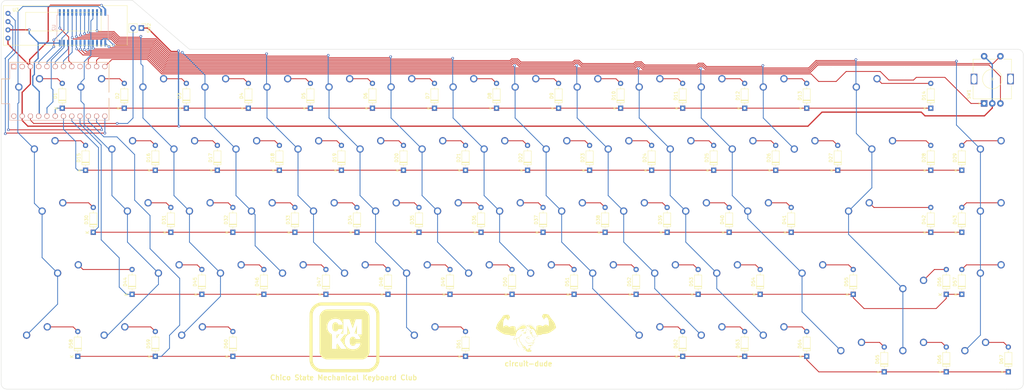
<source format=kicad_pcb>
(kicad_pcb (version 20211014) (generator pcbnew)
  (layers (0 "F.Cu" signal) (31 "B.Cu" signal) (34 "B.Paste" user) (35 "F.Paste" user) (36 "B.SilkS" user "B.Silkscreen") (37 "F.SilkS" user "F.Silkscreen") (38 "B.Mask" user) (39 "F.Mask" user) (44 "Edge.Cuts" user))
  (net 0 "")
  (net 1 "Net-(D1-Pad2)")
  (net 2 "ROW1")
  (net 3 "Net-(D2-Pad2)")
  (net 4 "Net-(D3-Pad2)")
  (net 5 "Net-(D4-Pad2)")
  (net 6 "Net-(D5-Pad2)")
  (net 7 "Net-(D6-Pad2)")
  (net 8 "Net-(D7-Pad2)")
  (net 9 "Net-(D8-Pad2)")
  (net 10 "Net-(D9-Pad2)")
  (net 11 "Net-(D10-Pad2)")
  (net 12 "Net-(D11-Pad2)")
  (net 13 "Net-(D12-Pad2)")
  (net 14 "Net-(D13-Pad2)")
  (net 15 "Net-(D14-Pad2)")
  (net 16 "Net-(D15-Pad2)")
  (net 17 "ROW2")
  (net 18 "Net-(D16-Pad2)")
  (net 19 "Net-(D17-Pad2)")
  (net 20 "Net-(D18-Pad2)")
  (net 21 "Net-(D19-Pad2)")
  (net 22 "Net-(D20-Pad2)")
  (net 23 "Net-(D21-Pad2)")
  (net 24 "Net-(D22-Pad2)")
  (net 25 "Net-(D23-Pad2)")
  (net 26 "Net-(D24-Pad2)")
  (net 27 "Net-(D25-Pad2)")
  (net 28 "Net-(D26-Pad2)")
  (net 29 "Net-(D27-Pad2)")
  (net 30 "Net-(D28-Pad2)")
  (net 31 "Net-(D29-Pad2)")
  (net 32 "Net-(D30-Pad2)")
  (net 33 "ROW3")
  (net 34 "Net-(D31-Pad2)")
  (net 35 "Net-(D32-Pad2)")
  (net 36 "Net-(D33-Pad2)")
  (net 37 "Net-(D34-Pad2)")
  (net 38 "Net-(D35-Pad2)")
  (net 39 "Net-(D36-Pad2)")
  (net 40 "Net-(D37-Pad2)")
  (net 41 "Net-(D38-Pad2)")
  (net 42 "Net-(D39-Pad2)")
  (net 43 "Net-(D40-Pad2)")
  (net 44 "Net-(D41-Pad2)")
  (net 45 "Net-(D42-Pad2)")
  (net 46 "Net-(D43-Pad2)")
  (net 47 "Net-(D44-Pad2)")
  (net 48 "ROW4")
  (net 49 "Net-(D45-Pad2)")
  (net 50 "Net-(D46-Pad2)")
  (net 51 "Net-(D47-Pad2)")
  (net 52 "Net-(D48-Pad2)")
  (net 53 "Net-(D49-Pad2)")
  (net 54 "Net-(D50-Pad2)")
  (net 55 "Net-(D51-Pad2)")
  (net 56 "Net-(D52-Pad2)")
  (net 57 "Net-(D53-Pad2)")
  (net 58 "Net-(D54-Pad2)")
  (net 59 "Net-(D55-Pad2)")
  (net 60 "Net-(D56-Pad2)")
  (net 61 "Net-(D57-Pad2)")
  (net 62 "Net-(D58-Pad2)")
  (net 63 "ROW5")
  (net 64 "Net-(D59-Pad2)")
  (net 65 "Net-(D60-Pad2)")
  (net 66 "Net-(D61-Pad2)")
  (net 67 "Net-(D62-Pad2)")
  (net 68 "Net-(D63-Pad2)")
  (net 69 "Net-(D64-Pad2)")
  (net 70 "Net-(D65-Pad2)")
  (net 71 "Net-(D66-Pad2)")
  (net 72 "Net-(D67-Pad2)")
  (net 73 "COL9")
  (net 74 "COL10")
  (net 75 "COL11")
  (net 76 "COL2")
  (net 77 "COL3")
  (net 78 "COL4")
  (net 79 "COL5")
  (net 80 "COL6")
  (net 81 "COL7")
  (net 82 "COL8")
  (net 83 "COL12")
  (net 84 "COL13")
  (net 85 "COL14")
  (net 86 "COL1")
  (net 87 "COL15")
  (net 88 "ENC_2")
  (net 89 "GND")
  (net 90 "ENC_1")
  (net 91 "ENC_SW")
  (net 92 "En")
  (net 93 "3v3")
  (net 94 "E")
  (net 95 "CLD4")
  (net 96 "CLD3")
  (net 98 "CLD2")
  (net 99 "CLD1")
  (net 100 "LE")
  (net 101 "SCL")
  (net 102 "SDA")
  (footprint "Diode_THT:D_DO-35_SOD27_P7.62mm_Horizontal" (layer "F.Cu") (at 34.925 49.2125 90)
    (fp_text reference "D1")
    (fp_text value "D_Small")
  )
  (footprint "Diode_THT:D_DO-35_SOD27_P7.62mm_Horizontal" (layer "F.Cu") (at 53.975 49.2125 90)
    (fp_text reference "D2")
    (fp_text value "D_Small")
  )
  (footprint "Diode_THT:D_DO-35_SOD27_P7.62mm_Horizontal" (layer "F.Cu") (at 73.025 49.2125 90)
    (fp_text reference "D3")
    (fp_text value "D_Small")
  )
  (footprint "Diode_THT:D_DO-35_SOD27_P7.62mm_Horizontal" (layer "F.Cu") (at 92.075 49.2125 90)
    (fp_text reference "D4")
    (fp_text value "D_Small")
  )
  (footprint "Diode_THT:D_DO-35_SOD27_P7.62mm_Horizontal" (layer "F.Cu") (at 111.125 49.2125 90)
    (fp_text reference "D5")
    (fp_text value "D_Small")
  )
  (footprint "Diode_THT:D_DO-35_SOD27_P7.62mm_Horizontal" (layer "F.Cu") (at 130.175 49.2125 90)
    (fp_text reference "D6")
    (fp_text value "D_Small")
  )
  (footprint "Diode_THT:D_DO-35_SOD27_P7.62mm_Horizontal" (layer "F.Cu") (at 149.225 49.2125 90)
    (fp_text reference "D7")
    (fp_text value "D_Small")
  )
  (footprint "Diode_THT:D_DO-35_SOD27_P7.62mm_Horizontal" (layer "F.Cu") (at 168.275 49.2125 90)
    (fp_text reference "D8")
    (fp_text value "D_Small")
  )
  (footprint "Diode_THT:D_DO-35_SOD27_P7.62mm_Horizontal" (layer "F.Cu") (at 187.325 49.2125 90)
    (fp_text reference "D9")
    (fp_text value "D_Small")
  )
  (footprint "Diode_THT:D_DO-35_SOD27_P7.62mm_Horizontal" (layer "F.Cu") (at 206.375 49.2125 90)
    (fp_text reference "D10")
    (fp_text value "D_Small")
  )
  (footprint "Diode_THT:D_DO-35_SOD27_P7.62mm_Horizontal" (layer "F.Cu") (at 225.425 49.2125 90)
    (fp_text reference "D11")
    (fp_text value "D_Small")
  )
  (footprint "Diode_THT:D_DO-35_SOD27_P7.62mm_Horizontal" (layer "F.Cu") (at 244.475 49.2125 90)
    (fp_text reference "D12")
    (fp_text value "D_Small")
  )
  (footprint "Diode_THT:D_DO-35_SOD27_P7.62mm_Horizontal" (layer "F.Cu") (at 263.525 49.2125 90)
    (fp_text reference "D13")
    (fp_text value "D_Small")
  )
  (footprint "Diode_THT:D_DO-35_SOD27_P7.62mm_Horizontal" (layer "F.Cu") (at 301.625 49.2125 90)
    (fp_text reference "D14")
    (fp_text value "D_Small")
  )
  (footprint "Diode_THT:D_DO-35_SOD27_P7.62mm_Horizontal" (layer "F.Cu") (at 42.06875 68.2625 90)
    (fp_text reference "D15")
    (fp_text value "D_Small")
  )
  (footprint "Diode_THT:D_DO-35_SOD27_P7.62mm_Horizontal" (layer "F.Cu") (at 63.5 68.2625 90)
    (fp_text reference "D16")
    (fp_text value "D_Small")
  )
  (footprint "Diode_THT:D_DO-35_SOD27_P7.62mm_Horizontal" (layer "F.Cu") (at 82.55 68.2625 90)
    (fp_text reference "D17")
    (fp_text value "D_Small")
  )
  (footprint "Diode_THT:D_DO-35_SOD27_P7.62mm_Horizontal" (layer "F.Cu") (at 101.6 68.2625 90)
    (fp_text reference "D18")
    (fp_text value "D_Small")
  )
  (footprint "Diode_THT:D_DO-35_SOD27_P7.62mm_Horizontal" (layer "F.Cu") (at 120.65 68.2625 90)
    (fp_text reference "D19")
    (fp_text value "D_Small")
  )
  (footprint "Diode_THT:D_DO-35_SOD27_P7.62mm_Horizontal" (layer "F.Cu") (at 139.7 68.2625 90)
    (fp_text reference "D20")
    (fp_text value "D_Small")
  )
  (footprint "Diode_THT:D_DO-35_SOD27_P7.62mm_Horizontal" (layer "F.Cu") (at 158.75 68.2625 90)
    (fp_text reference "D21")
    (fp_text value "D_Small")
  )
  (footprint "Diode_THT:D_DO-35_SOD27_P7.62mm_Horizontal" (layer "F.Cu") (at 177.8 68.2625 90)
    (fp_text reference "D22")
    (fp_text value "D_Small")
  )
  (footprint "Diode_THT:D_DO-35_SOD27_P7.62mm_Horizontal" (layer "F.Cu") (at 196.85 68.2625 90)
    (fp_text reference "D23")
    (fp_text value "D_Small")
  )
  (footprint "Diode_THT:D_DO-35_SOD27_P7.62mm_Horizontal" (layer "F.Cu") (at 215.9 68.2625 90)
    (fp_text reference "D24")
    (fp_text value "D_Small")
  )
  (footprint "Diode_THT:D_DO-35_SOD27_P7.62mm_Horizontal" (layer "F.Cu") (at 234.95 68.2625 90)
    (fp_text reference "D25")
    (fp_text value "D_Small")
  )
  (footprint "Diode_THT:D_DO-35_SOD27_P7.62mm_Horizontal" (layer "F.Cu") (at 254 68.2625 90)
    (fp_text reference "D26")
    (fp_text value "D_Small")
  )
  (footprint "Diode_THT:D_DO-35_SOD27_P7.62mm_Horizontal" (layer "F.Cu") (at 273.05 68.2625 90)
    (fp_text reference "D27")
    (fp_text value "D_Small")
  )
  (footprint "Diode_THT:D_DO-35_SOD27_P7.62mm_Horizontal" (layer "F.Cu") (at 301.625 68.2625 90)
    (fp_text reference "D28")
    (fp_text value "D_Small")
  )
  (footprint "Diode_THT:D_DO-35_SOD27_P7.62mm_Horizontal" (layer "F.Cu") (at 311.15 68.2625 90)
    (fp_text reference "D29")
    (fp_text value "D_Small")
  )
  (footprint "Diode_THT:D_DO-35_SOD27_P7.62mm_Horizontal" (layer "F.Cu") (at 44.45 87.3125 90)
    (fp_text reference "D30")
    (fp_text value "D_Small")
  )
  (footprint "Diode_THT:D_DO-35_SOD27_P7.62mm_Horizontal" (layer "F.Cu") (at 68.2625 87.3125 90)
    (fp_text reference "D31")
    (fp_text value "D_Small")
  )
  (footprint "Diode_THT:D_DO-35_SOD27_P7.62mm_Horizontal" (layer "F.Cu") (at 87.3125 87.3125 90)
    (fp_text reference "D32")
    (fp_text value "D_Small")
  )
  (footprint "Diode_THT:D_DO-35_SOD27_P7.62mm_Horizontal" (layer "F.Cu") (at 106.3625 87.3125 90)
    (fp_text reference "D33")
    (fp_text value "D_Small")
  )
  (footprint "Diode_THT:D_DO-35_SOD27_P7.62mm_Horizontal" (layer "F.Cu") (at 125.4125 87.3125 90)
    (fp_text reference "D34")
    (fp_text value "D_Small")
  )
  (footprint "Diode_THT:D_DO-35_SOD27_P7.62mm_Horizontal" (layer "F.Cu") (at 144.4625 87.3125 90)
    (fp_text reference "D35")
    (fp_text value "D_Small")
  )
  (footprint "Diode_THT:D_DO-35_SOD27_P7.62mm_Horizontal" (layer "F.Cu") (at 163.5125 87.3125 90)
    (fp_text reference "D36")
    (fp_text value "D_Small")
  )
  (footprint "Diode_THT:D_DO-35_SOD27_P7.62mm_Horizontal" (layer "F.Cu") (at 182.5625 87.3125 90)
    (fp_text reference "D37")
    (fp_text value "D_Small")
  )
  (footprint "Diode_THT:D_DO-35_SOD27_P7.62mm_Horizontal" (layer "F.Cu") (at 201.6125 87.3125 90)
    (fp_text reference "D38")
    (fp_text value "D_Small")
  )
  (footprint "Diode_THT:D_DO-35_SOD27_P7.62mm_Horizontal" (layer "F.Cu") (at 220.6625 87.3125 90)
    (fp_text reference "D39")
    (fp_text value "D_Small")
  )
  (footprint "Diode_THT:D_DO-35_SOD27_P7.62mm_Horizontal" (layer "F.Cu") (at 239.7125 87.3125 90)
    (fp_text reference "D40")
    (fp_text value "D_Small")
  )
  (footprint "Diode_THT:D_DO-35_SOD27_P7.62mm_Horizontal" (layer "F.Cu") (at 258.7625 87.3125 90)
    (fp_text reference "D41")
    (fp_text value "D_Small")
  )
  (footprint "Diode_THT:D_DO-35_SOD27_P7.62mm_Horizontal" (layer "F.Cu") (at 301.625 87.3125 90)
    (fp_text reference "D42")
    (fp_text value "D_Small")
  )
  (footprint "Diode_THT:D_DO-35_SOD27_P7.62mm_Horizontal" (layer "F.Cu") (at 311.15 87.3125 90)
    (fp_text reference "D43")
    (fp_text value "D_Small")
  )
  (footprint "Diode_THT:D_DO-35_SOD27_P7.62mm_Horizontal" (layer "F.Cu") (at 56.35625 106.3625 90)
    (fp_text reference "D44")
    (fp_text value "D_Small")
  )
  (footprint "Diode_THT:D_DO-35_SOD27_P7.62mm_Horizontal" (layer "F.Cu") (at 77.7875 106.3625 90)
    (fp_text reference "D45")
    (fp_text value "D_Small")
  )
  (footprint "Diode_THT:D_DO-35_SOD27_P7.62mm_Horizontal" (layer "F.Cu") (at 96.8375 106.3625 90)
    (fp_text reference "D46")
    (fp_text value "D_Small")
  )
  (footprint "Diode_THT:D_DO-35_SOD27_P7.62mm_Horizontal" (layer "F.Cu") (at 115.8875 106.3625 90)
    (fp_text reference "D47")
    (fp_text value "D_Small")
  )
  (footprint "Diode_THT:D_DO-35_SOD27_P7.62mm_Horizontal" (layer "F.Cu") (at 134.9375 106.3625 90)
    (fp_text reference "D48")
    (fp_text value "D_Small")
  )
  (footprint "Diode_THT:D_DO-35_SOD27_P7.62mm_Horizontal" (layer "F.Cu") (at 153.9875 106.3625 90)
    (fp_text reference "D49")
    (fp_text value "D_Small")
  )
  (footprint "Diode_THT:D_DO-35_SOD27_P7.62mm_Horizontal" (layer "F.Cu") (at 173.0375 106.3625 90)
    (fp_text reference "D50")
    (fp_text value "D_Small")
  )
  (footprint "Diode_THT:D_DO-35_SOD27_P7.62mm_Horizontal" (layer "F.Cu") (at 192.0875 106.3625 90)
    (fp_text reference "D51")
    (fp_text value "D_Small")
  )
  (footprint "Diode_THT:D_DO-35_SOD27_P7.62mm_Horizontal" (layer "F.Cu") (at 211.1375 106.3625 90)
    (fp_text reference "D52")
    (fp_text value "D_Small")
  )
  (footprint "Diode_THT:D_DO-35_SOD27_P7.62mm_Horizontal" (layer "F.Cu") (at 230.1875 106.3625 90)
    (fp_text reference "D53")
    (fp_text value "D_Small")
  )
  (footprint "Diode_THT:D_DO-35_SOD27_P7.62mm_Horizontal" (layer "F.Cu") (at 249.2375 106.3625 90)
    (fp_text reference "D54")
    (fp_text value "D_Small")
  )
  (footprint "Diode_THT:D_DO-35_SOD27_P7.62mm_Horizontal" (layer "F.Cu") (at 277.8125 106.3625 90)
    (fp_text reference "D55")
    (fp_text value "D_Small")
  )
  (footprint "Diode_THT:D_DO-35_SOD27_P7.62mm_Horizontal" (layer "F.Cu") (at 306.3875 106.3625 90)
    (fp_text reference "D56")
    (fp_text value "D_Small")
  )
  (footprint "Diode_THT:D_DO-35_SOD27_P7.62mm_Horizontal" (layer "F.Cu") (at 311.15 106.3625 90)
    (fp_text reference "D57")
    (fp_text value "D_Small")
  )
  (footprint "Diode_THT:D_DO-35_SOD27_P7.62mm_Horizontal" (layer "F.Cu") (at 39.6875 125.4125 90)
    (fp_text reference "D58")
    (fp_text value "D_Small")
  )
  (footprint "Diode_THT:D_DO-35_SOD27_P7.62mm_Horizontal" (layer "F.Cu") (at 63.5 125.4125 90)
    (fp_text reference "D59")
    (fp_text value "D_Small")
  )
  (footprint "Diode_THT:D_DO-35_SOD27_P7.62mm_Horizontal" (layer "F.Cu") (at 87.3125 125.4125 90)
    (fp_text reference "D60")
    (fp_text value "D_Small")
  )
  (footprint "Diode_THT:D_DO-35_SOD27_P7.62mm_Horizontal" (layer "F.Cu") (at 158.75 125.4125 90)
    (fp_text reference "D61")
    (fp_text value "D_Small")
  )
  (footprint "Diode_THT:D_DO-35_SOD27_P7.62mm_Horizontal" (layer "F.Cu") (at 225.425 125.4125 90)
    (fp_text reference "D62")
    (fp_text value "D_Small")
  )
  (footprint "Diode_THT:D_DO-35_SOD27_P7.62mm_Horizontal" (layer "F.Cu") (at 244.475 125.4125 90)
    (fp_text reference "D63")
    (fp_text value "D_Small")
  )
  (footprint "Diode_THT:D_DO-35_SOD27_P7.62mm_Horizontal" (layer "F.Cu") (at 263.525 125.4125 90)
    (fp_text reference "D64")
    (fp_text value "D_Small")
  )
  (footprint "Diode_THT:D_DO-35_SOD27_P7.62mm_Horizontal" (layer "F.Cu") (at 287.3375 130.175 90)
    (fp_text reference "D65")
    (fp_text value "D_Small")
  )
  (footprint "Diode_THT:D_DO-35_SOD27_P7.62mm_Horizontal" (layer "F.Cu") (at 306.3875 130.175 90)
    (fp_text reference "D66")
    (fp_text value "D_Small")
  )
  (footprint "Diode_THT:D_DO-35_SOD27_P7.62mm_Horizontal" (layer "F.Cu") (at 325.4375 130.175 90)
    (fp_text reference "D67")
    (fp_text value "D_Small")
  )
  (footprint "MX_Only:MXOnly-1U-NoLED" (layer "F.Cu") (at 201.6125 102.39375)
    (fp_text reference "MX_,1")
    (fp_text value "MX-NoLED")
  )
  (footprint "MX_Only:MXOnly-1U-NoLED" (layer "F.Cu") (at 220.6625 102.39375)
    (fp_text reference "MX_.1")
    (fp_text value "MX-NoLED")
  )
  (footprint "MX_Only:MXOnly-1U-NoLED" (layer "F.Cu") (at 215.9 45.24375)
    (fp_text reference "MX_0")
    (fp_text value "MX-NoLED")
  )
  (footprint "MX_Only:MXOnly-1U-NoLED" (layer "F.Cu") (at 44.45 45.24375)
    (fp_text reference "MX_1")
    (fp_text value "MX-NoLED")
  )
  (footprint "MX_Only:MXOnly-1U-NoLED" (layer "F.Cu") (at 63.5 45.24375)
    (fp_text reference "MX_2")
    (fp_text value "MX-NoLED")
  )
  (footprint "MX_Only:MXOnly-1U-NoLED" (layer "F.Cu") (at 82.55 45.24375)
    (fp_text reference "MX_3")
    (fp_text value "MX-NoLED")
  )
  (footprint "MX_Only:MXOnly-1U-NoLED" (layer "F.Cu") (at 101.6 45.24375)
    (fp_text reference "MX_4")
    (fp_text value "MX-NoLED")
  )
  (footprint "MX_Only:MXOnly-1U-NoLED" (layer "F.Cu") (at 120.65 45.24375)
    (fp_text reference "MX_5")
    (fp_text value "MX-NoLED")
  )
  (footprint "MX_Only:MXOnly-1U-NoLED" (layer "F.Cu") (at 139.7 45.24375)
    (fp_text reference "MX_6")
    (fp_text value "MX-NoLED")
  )
  (footprint "MX_Only:MXOnly-1U-NoLED" (layer "F.Cu") (at 158.75 45.24375)
    (fp_text reference "MX_7")
    (fp_text value "MX-NoLED")
  )
  (footprint "MX_Only:MXOnly-1U-NoLED" (layer "F.Cu") (at 177.8 45.24375)
    (fp_text reference "MX_8")
    (fp_text value "MX-NoLED")
  )
  (footprint "MX_Only:MXOnly-1U-NoLED" (layer "F.Cu") (at 196.85 45.24375)
    (fp_text reference "MX_9")
    (fp_text value "MX-NoLED")
  )
  (footprint "MX_Only:MXOnly-1U-NoLED" (layer "F.Cu") (at 249.2375 83.34375)
    (fp_text reference "MX_'1")
    (fp_text value "MX-NoLED")
  )
  (footprint "MX_Only:MXOnly-1U-NoLED" (layer "F.Cu") (at 234.95 45.24375)
    (fp_text reference "MX_-1")
    (fp_text value "MX-NoLED")
  )
  (footprint "MX_Only:MXOnly-1U-NoLED" (layer "F.Cu") (at 239.7125 102.39375)
    (fp_text reference "MX_/1")
    (fp_text value "MX-NoLED")
  )
  (footprint "MX_Only:MXOnly-1U-NoLED" (layer "F.Cu") (at 230.1875 83.34375)
    (fp_text reference "MX_;1")
    (fp_text value "MX-NoLED")
  )
  (footprint "MX_Only:MXOnly-1U-NoLED" (layer "F.Cu") (at 254 45.24375)
    (fp_text reference "MX_=1")
    (fp_text value "MX-NoLED")
  )
  (footprint "MX_Only:MXOnly-1U-NoLED" (layer "F.Cu") (at 244.475 64.29375)
    (fp_text reference "MX_[1")
    (fp_text value "MX-NoLED")
  )
  (footprint "MX_Only:MXOnly-1.5U-NoLED" (layer "F.Cu") (at 287.3375 64.29375)
    (fp_text reference "MX_\\1")
    (fp_text value "MX-NoLED")
  )
  (footprint "MX_Only:MXOnly-1U-NoLED" (layer "F.Cu") (at 263.525 64.29375)
    (fp_text reference "MX_]1")
    (fp_text value "MX-NoLED")
  )
  (footprint "MX_Only:MXOnly-1U-NoLED" (layer "F.Cu") (at 58.7375 83.34375)
    (fp_text reference "MX_A1")
    (fp_text value "MX-NoLED")
  )
  (footprint "MX_Only:MXOnly-1U-NoLED" (layer "F.Cu") (at 144.4625 102.39375)
    (fp_text reference "MX_B1")
    (fp_text value "MX-NoLED")
  )
  (footprint "MX_Only:MXOnly-2U-NoLED" (layer "F.Cu") (at 282.575 45.24375)
    (fp_text reference "MX_BKSP1")
    (fp_text value "MX-NoLED")
  )
  (footprint "MX_Only:MXOnly-1U-NoLED" (layer "F.Cu") (at 106.3625 102.39375)
    (fp_text reference "MX_C1")
    (fp_text value "MX-NoLED")
  )
  (footprint "MX_Only:MXOnly-1.75U-NoLED" (layer "F.Cu") (at 32.54375 83.34375)
    (fp_text reference "MX_CLCK1")
    (fp_text value "MX-NoLED")
  )
  (footprint "MX_Only:MXOnly-1U-NoLED" (layer "F.Cu") (at 96.8375 83.34375)
    (fp_text reference "MX_D1")
    (fp_text value "MX-NoLED")
  )
  (footprint "MX_Only:MXOnly-1U-NoLED" (layer "F.Cu") (at 320.675 64.29375)
    (fp_text reference "MX_DEL1")
    (fp_text value "MX-NoLED")
  )
  (footprint "MX_Only:MXOnly-1U-NoLED" (layer "F.Cu") (at 296.8625 126.20625)
    (fp_text reference "MX_DOWN1")
    (fp_text value "MX-NoLED")
  )
  (footprint "MX_Only:MXOnly-1U-NoLED" (layer "F.Cu") (at 92.075 64.29375)
    (fp_text reference "MX_E1")
    (fp_text value "MX-NoLED")
  )
  (footprint "MX_Only:MXOnly-1U-NoLED" (layer "F.Cu") (at 320.675 102.39375)
    (fp_text reference "MX_END1")
    (fp_text value "MX-NoLED")
  )
  (footprint "MX_Only:MXOnly-2.25U-NoLED" (layer "F.Cu") (at 280.19375 83.34375)
    (fp_text reference "MX_ENTER1")
    (fp_text value "MX-NoLED")
  )
  (footprint "MX_Only:MXOnly-1U-NoLED" (layer "F.Cu") (at 25.4 45.24375)
    (fp_text reference "MX_ESC1")
    (fp_text value "MX-NoLED")
  )
  (footprint "MX_Only:MXOnly-1U-NoLED" (layer "F.Cu") (at 115.8875 83.34375)
    (fp_text reference "MX_F1")
    (fp_text value "MX-NoLED")
  )
  (footprint "MX_Only:MXOnly-1U-NoLED" (layer "F.Cu") (at 234.95 121.44375)
    (fp_text reference "MX_FN1")
    (fp_text value "MX-NoLED")
  )
  (footprint "MX_Only:MXOnly-1U-NoLED" (layer "F.Cu") (at 134.9375 83.34375)
    (fp_text reference "MX_G1")
    (fp_text value "MX-NoLED")
  )
  (footprint "MX_Only:MXOnly-1U-NoLED" (layer "F.Cu") (at 153.9875 83.34375)
    (fp_text reference "MX_H1")
    (fp_text value "MX-NoLED")
  )
  (footprint "MX_Only:MXOnly-1U-NoLED" (layer "F.Cu") (at 320.675 83.34375)
    (fp_text reference "MX_HOME1")
    (fp_text value "MX-NoLED")
  )
  (footprint "MX_Only:MXOnly-1U-NoLED" (layer "F.Cu") (at 187.325 64.29375)
    (fp_text reference "MX_I1")
    (fp_text value "MX-NoLED")
  )
  (footprint "MX_Only:MXOnly-1U-NoLED" (layer "F.Cu") (at 173.0375 83.34375)
    (fp_text reference "MX_J1")
    (fp_text value "MX-NoLED")
  )
  (footprint "MX_Only:MXOnly-1U-NoLED" (layer "F.Cu") (at 192.0875 83.34375)
    (fp_text reference "MX_K1")
    (fp_text value "MX-NoLED")
  )
  (footprint "MX_Only:MXOnly-1U-NoLED" (layer "F.Cu") (at 211.1375 83.34375)
    (fp_text reference "MX_L1")
    (fp_text value "MX-NoLED")
  )
  (footprint "MX_Only:MXOnly-1.25U-NoLED" (layer "F.Cu") (at 75.40625 121.44375)
    (fp_text reference "MX_LALT1")
    (fp_text value "MX-NoLED")
  )
  (footprint "MX_Only:MXOnly-1.25U-NoLED" (layer "F.Cu") (at 27.78125 121.44375)
    (fp_text reference "MX_LCTRL1")
    (fp_text value "MX-NoLED")
  )
  (footprint "MX_Only:MXOnly-1U-NoLED" (layer "F.Cu") (at 277.8125 126.20625)
    (fp_text reference "MX_LEFT1")
    (fp_text value "MX-NoLED")
  )
  (footprint "MX_Only:MXOnly-2.25U-NoLED" (layer "F.Cu") (at 37.30625 102.39375)
    (fp_text reference "MX_LSHIFT1")
    (fp_text value "MX-NoLED")
  )
  (footprint "MX_Only:MXOnly-1U-NoLED" (layer "F.Cu") (at 182.5625 102.39375)
    (fp_text reference "MX_M1")
    (fp_text value "MX-NoLED")
  )
  (footprint "MX_Only:MXOnly-1U-NoLED" (layer "F.Cu") (at 163.5125 102.39375)
    (fp_text reference "MX_N1")
    (fp_text value "MX-NoLED")
  )
  (footprint "MX_Only:MXOnly-1U-NoLED" (layer "F.Cu") (at 206.375 64.29375)
    (fp_text reference "MX_O1")
    (fp_text value "MX-NoLED")
  )
  (footprint "MX_Only:MXOnly-1U-NoLED" (layer "F.Cu") (at 225.425 64.29375)
    (fp_text reference "MX_P1")
    (fp_text value "MX-NoLED")
  )
  (footprint "MX_Only:MXOnly-1U-NoLED" (layer "F.Cu") (at 53.975 64.29375)
    (fp_text reference "MX_Q1")
    (fp_text value "MX-NoLED")
  )
  (footprint "MX_Only:MXOnly-1U-NoLED" (layer "F.Cu") (at 111.125 64.29375)
    (fp_text reference "MX_R1")
    (fp_text value "MX-NoLED")
  )
  (footprint "MX_Only:MXOnly-1U-NoLED" (layer "F.Cu") (at 215.9 121.44375)
    (fp_text reference "MX_RALT1")
    (fp_text value "MX-NoLED")
  )
  (footprint "MX_Only:MXOnly-1U-NoLED" (layer "F.Cu") (at 254 121.44375)
    (fp_text reference "MX_RCTRL1")
    (fp_text value "MX-NoLED")
  )
  (footprint "MX_Only:MXOnly-1U-NoLED" (layer "F.Cu") (at 315.9125 126.20625)
    (fp_text reference "MX_RIGHT1")
    (fp_text value "MX-NoLED")
  )
  (footprint "MX_Only:MXOnly-1.75U-NoLED" (layer "F.Cu") (at 265.90625 102.39375)
    (fp_text reference "MX_RSHIFT1")
    (fp_text value "MX-NoLED")
  )
  (footprint "MX_Only:MXOnly-1U-NoLED" (layer "F.Cu") (at 77.7875 83.34375)
    (fp_text reference "MX_S1")
    (fp_text value "MX-NoLED")
  )
  (footprint "MX_Only:MXOnly-6.25U-ReversedStabilizers-NoLED" (layer "F.Cu") (at 146.84375 121.44375)
    (fp_text reference "MX_SPC1")
    (fp_text value "MX-NoLED")
  )
  (footprint "MX_Only:MXOnly-1U-NoLED" (layer "F.Cu") (at 130.175 64.29375)
    (fp_text reference "MX_T1")
    (fp_text value "MX-NoLED")
  )
  (footprint "MX_Only:MXOnly-1.5U-NoLED" (layer "F.Cu") (at 30.1625 64.29375)
    (fp_text reference "MX_TAB1")
    (fp_text value "MX-NoLED")
  )
  (footprint "MX_Only:MXOnly-1U-NoLED" (layer "F.Cu") (at 168.275 64.29375)
    (fp_text reference "MX_U1")
    (fp_text value "MX-NoLED")
  )
  (footprint "MX_Only:MXOnly-1U-NoLED" (layer "F.Cu") (at 296.8625 107.15625)
    (fp_text reference "MX_UP1")
    (fp_text value "MX-NoLED")
  )
  (footprint "MX_Only:MXOnly-1U-NoLED" (layer "F.Cu") (at 125.4125 102.39375)
    (fp_text reference "MX_V1")
    (fp_text value "MX-NoLED")
  )
  (footprint "MX_Only:MXOnly-1U-NoLED" (layer "F.Cu") (at 73.025 64.29375)
    (fp_text reference "MX_W1")
    (fp_text value "MX-NoLED")
  )
  (footprint "MX_Only:MXOnly-1.25U-NoLED" (layer "F.Cu") (at 51.59375 121.44375)
    (fp_text reference "MX_WIN1")
    (fp_text value "MX-NoLED")
  )
  (footprint "MX_Only:MXOnly-1U-NoLED" (layer "F.Cu") (at 87.3125 102.39375)
    (fp_text reference "MX_X1")
    (fp_text value "MX-NoLED")
  )
  (footprint "MX_Only:MXOnly-1U-NoLED" (layer "F.Cu") (at 149.225 64.29375)
    (fp_text reference "MX_Y1")
    (fp_text value "MX-NoLED")
  )
  (footprint "MX_Only:MXOnly-1U-NoLED" (layer "F.Cu") (at 68.2625 102.39375)
    (fp_text reference "MX_Z1")
    (fp_text value "MX-NoLED")
  )
  (footprint "Rotary_Encoder:RotaryEncoder_Alps_EC11E-Switch_Vertical_H20mm" (layer "F.Cu") (at 318.008 47.752 90)
    (fp_text reference "SW1")
    (fp_text value "Rotary_Encoder_Switch")
  )
  (footprint "Connector_PinHeader_2.54mm:PinHeader_1x02_P2.54mm_Vertical" (layer "F.Cu") (at 59.2 24.6 -90)
    (fp_text reference "SW2")
    (fp_text value "SW_SPST")
  )
  (footprint "Dissatisfaction65:OLED" (layer "F.Cu") (at 16.85 17.7)
    (fp_text reference "U3")
    (fp_text value "SSD1306_I2C")
  )
  (footprint "LOGO" (layer "F.Cu") (at 121.593159 119.258469)
    (fp_text reference "Chico State Mechanical Keyboard Club")
    (fp_text value "LOGO" hide)
  )
  (footprint "LOGO" (layer "F.Cu") (at 178.327698 118.052499)
    (fp_text reference "circuit-dude")
    (fp_text value "LOGO" hide)
  )
  (footprint "Package_SO:SOIC-24W_7.5x15.4mm_P1.27mm" (layer "B.Cu") (at 41.148 24.512 -90)
    (fp_text reference "U2")
    (fp_text value "74HC4515")
  )
  (footprint "pro_micro:ProMicro" (layer "B.Cu") (at 34.03 44.03)
    (fp_text reference "U1" hide)
    (fp_text value "Pro_Micro_ProMicro")
  )
  (gr_line (start 16.142328 131.133233) (end 16.142328 133.72429) (layer "Edge.Cuts") (width 0.1))
  (gr_line (start 330.042559 133.724806) (end 330.045205 37.415956) (layer "Edge.Cuts") (width 0.1))
  (gr_curve (pts (xy 16.142328 133.72429) (xy 16.142328 134.692482) (xy 16.92225 135.472495) (xy 17.889508 135.472503)) (layer "Edge.Cuts") (width 0.1))
  (gr_line (start 16.142328 17.786147) (end 16.142328 131.133233) (layer "Edge.Cuts") (width 0.1))
  (gr_line (start 328.294854 31.096962) (end 327.104732 31.097994) (layer "Edge.Cuts") (width 0.1))
  (gr_curve (pts (xy 17.890025 16.03845) (xy 16.921805 16.03845) (xy 16.142328 16.817927) (xy 16.142328 17.786147)) (layer "Edge.Cuts") (width 0.1))
  (gr_curve (pts (xy 330.042559 32.844659) (xy 330.042559 31.876427) (xy 329.26307 31.096962) (xy 328.294854 31.096962)) (layer "Edge.Cuts") (width 0.1))
  (gr_line (start 20.520355 16.03845) (end 17.890025 16.03845) (layer "Edge.Cuts") (width 0.1))
  (gr_curve (pts (xy 327.104732 31.097994) (xy 327.104732 31.097994) (xy 74.019415 31.097994) (xy 74.019415 31.097994)) (layer "Edge.Cuts") (width 0.1))
  (gr_line (start 17.889508 135.472503) (end 324.992722 135.473032) (layer "Edge.Cuts") (width 0.1))
  (gr_line (start 330.045205 37.415956) (end 330.042559 32.844659) (layer "Edge.Cuts") (width 0.1))
  (gr_line (start 30.422593 16.047752) (end 20.520355 16.03845) (layer "Edge.Cuts") (width 0.1))
  (gr_line (start 73.855085 31.037016) (end 56.39 16.04) (layer "Edge.Cuts") (width 0.1))
  (gr_curve (pts (xy 74.019415 31.097994) (xy 73.959112 31.097956) (xy 73.900816 31.076324) (xy 73.855085 31.037016)) (layer "Edge.Cuts") (width 0.1))
  (gr_line (start 324.992722 135.473032) (end 328.294854 135.472503) (layer "Edge.Cuts") (width 0.1))
  (gr_line (start 56.39 16.04) (end 44.954523 16.04) (layer "Edge.Cuts") (width 0.1))
  (gr_line (start 44.954523 16.04) (end 30.422593 16.047752) (layer "Edge.Cuts") (width 0.1))
  (gr_curve (pts (xy 328.294854 135.472503) (xy 329.26307 135.472503) (xy 330.042559 134.693014) (xy 330.042559 133.724806)) (layer "Edge.Cuts") (width 0.1))
  (segment (start 33.49625 40.16375) (end 34.925 41.5925) (width 0.254) (layer "F.Cu") (net 1))
  (segment (start 27.94 40.16375) (end 33.49625 40.16375) (width 0.254) (layer "F.Cu") (net 1))
  (segment (start 34.925 49.2125) (end 301.625 49.2125) (width 0.254) (layer "F.Cu") (net 2))
  (segment (start 32.76 49.59) (end 33.15 49.2) (width 0.254) (layer "B.Cu") (net 2))
  (segment (start 32.76 51.65) (end 32.76 49.59) (width 0.254) (layer "B.Cu") (net 2))
  (segment (start 33.1625 49.2125) (end 34.925 49.2125) (width 0.254) (layer "B.Cu") (net 2))
  (segment (start 33.15 49.2) (end 33.1625 49.2125) (width 0.254) (layer "B.Cu") (net 2))
  (segment (start 52.54625 40.16375) (end 53.975 41.5925) (width 0.254) (layer "F.Cu") (net 3))
  (segment (start 46.99 40.16375) (end 52.54625 40.16375) (width 0.254) (layer "F.Cu") (net 3))
  (segment (start 66.04 40.16375) (end 71.59625 40.16375) (width 0.254) (layer "F.Cu") (net 4))
  (segment (start 71.59625 40.16375) (end 73.025 41.5925) (width 0.254) (layer "F.Cu") (net 4))
  (segment (start 85.09 40.16375) (end 90.64625 40.16375) (width 0.254) (layer "F.Cu") (net 5))
  (segment (start 90.64625 40.16375) (end 92.075 41.5925) (width 0.254) (layer "F.Cu") (net 5))
  (segment (start 109.69625 40.16375) (end 111.125 41.5925) (width 0.254) (layer "F.Cu") (net 6))
  (segment (start 104.14 40.16375) (end 109.69625 40.16375) (width 0.254) (layer "F.Cu") (net 6))
  (segment (start 128.74625 40.16375) (end 130.175 41.5925) (width 0.254) (layer "F.Cu") (net 7))
  (segment (start 123.19 40.16375) (end 128.74625 40.16375) (width 0.254) (layer "F.Cu") (net 7))
  (segment (start 147.79625 40.16375) (end 149.225 41.5925) (width 0.254) (layer "F.Cu") (net 8))
  (segment (start 142.24 40.16375) (end 147.79625 40.16375) (width 0.254) (layer "F.Cu") (net 8))
  (segment (start 161.29 40.16375) (end 166.84625 40.16375) (width 0.254) (layer "F.Cu") (net 9))
  (segment (start 166.84625 40.16375) (end 168.275 41.5925) (width 0.254) (layer "F.Cu") (net 9))
  (segment (start 185.89625 40.16375) (end 187.325 41.5925) (width 0.254) (layer "F.Cu") (net 10))
  (segment (start 180.34 40.16375) (end 185.89625 40.16375) (width 0.254) (layer "F.Cu") (net 10))
  (segment (start 204.94625 40.16375) (end 206.375 41.5925) (width 0.254) (layer "F.Cu") (net 11))
  (segment (start 199.39 40.16375) (end 204.94625 40.16375) (width 0.254) (layer "F.Cu") (net 11))
  (segment (start 218.44 40.16375) (end 223.99625 40.16375) (width 0.254) (layer "F.Cu") (net 12))
  (segment (start 223.99625 40.16375) (end 225.425 41.5925) (width 0.254) (layer "F.Cu") (net 12))
  (segment (start 237.49 40.16375) (end 243.04625 40.16375) (width 0.254) (layer "F.Cu") (net 13))
  (segment (start 243.04625 40.16375) (end 244.475 41.5925) (width 0.254) (layer "F.Cu") (net 13))
  (segment (start 256.54 40.16375) (end 262.09625 40.16375) (width 0.254) (layer "F.Cu") (net 14))
  (segment (start 262.09625 40.16375) (end 263.525 41.5925) (width 0.254) (layer "F.Cu") (net 14))
  (segment (start 285.115 40.16375) (end 286.54375 41.5925) (width 0.254) (layer "F.Cu") (net 15))
  (segment (start 286.54375 41.5925) (end 301.625 41.5925) (width 0.254) (layer "F.Cu") (net 15))
  (segment (start 32.7025 59.21375) (end 40.64 59.21375) (width 0.254) (layer "F.Cu") (net 16))
  (segment (start 40.64 59.21375) (end 42.06875 60.6425) (width 0.254) (layer "F.Cu") (net 16))
  (segment (start 42.06875 68.2625) (end 311.15 68.2625) (width 0.254) (layer "F.Cu") (net 17))
  (segment (start 35.3 55.7) (end 39.06 59.46) (width 0.254) (layer "B.Cu") (net 17))
  (segment (start 39.6825 68.2625) (end 42.06875 68.2625) (width 0.254) (layer "B.Cu") (net 17))
  (segment (start 39.06 67.64) (end 39.6825 68.2625) (width 0.254) (layer "B.Cu") (net 17))
  (segment (start 35.3 51.65) (end 35.3 55.7) (width 0.254) (layer "B.Cu") (net 17))
  (segment (start 39.06 59.46) (end 39.06 67.64) (width 0.254) (layer "B.Cu") (net 17))
  (segment (start 56.515 59.21375) (end 62.07125 59.21375) (width 0.254) (layer "F.Cu") (net 18))
  (segment (start 62.07125 59.21375) (end 63.5 60.6425) (width 0.254) (layer "F.Cu") (net 18))
  (segment (start 81.12125 59.21375) (end 82.55 60.6425) (width 0.254) (layer "F.Cu") (net 19))
  (segment (start 75.565 59.21375) (end 81.12125 59.21375) (width 0.254) (layer "F.Cu") (net 19))
  (segment (start 94.615 59.21375) (end 100.17125 59.21375) (width 0.254) (layer "F.Cu") (net 20))
  (segment (start 100.17125 59.21375) (end 101.6 60.6425) (width 0.254) (layer "F.Cu") (net 20))
  (segment (start 119.22125 59.21375) (end 120.65 60.6425) (width 0.254) (layer "F.Cu") (net 21))
  (segment (start 113.665 59.21375) (end 119.22125 59.21375) (width 0.254) (layer "F.Cu") (net 21))
  (segment (start 138.27125 59.21375) (end 139.7 60.6425) (width 0.254) (layer "F.Cu") (net 22))
  (segment (start 132.715 59.21375) (end 138.27125 59.21375) (width 0.254) (layer "F.Cu") (net 22))
  (segment (start 157.32125 59.21375) (end 158.75 60.6425) (width 0.254) (layer "F.Cu") (net 23))
  (segment (start 151.765 59.21375) (end 157.32125 59.21375) (width 0.254) (layer "F.Cu") (net 23))
  (segment (start 176.37125 59.21375) (end 177.8 60.6425) (width 0.254) (layer "F.Cu") (net 24))
  (segment (start 170.815 59.21375) (end 176.37125 59.21375) (width 0.254) (layer "F.Cu") (net 24))
  (segment (start 189.865 59.21375) (end 195.42125 59.21375) (width 0.254) (layer "F.Cu") (net 25))
  (segment (start 195.42125 59.21375) (end 196.85 60.6425) (width 0.254) (layer "F.Cu") (net 25))
  (segment (start 214.47125 59.21375) (end 215.9 60.6425) (width 0.254) (layer "F.Cu") (net 26))
  (segment (start 208.915 59.21375) (end 214.47125 59.21375) (width 0.254) (layer "F.Cu") (net 26))
  (segment (start 227.965 59.21375) (end 233.52125 59.21375) (width 0.254) (layer "F.Cu") (net 27))
  (segment (start 233.52125 59.21375) (end 234.95 60.6425) (width 0.254) (layer "F.Cu") (net 27))
  (segment (start 252.57125 59.21375) (end 254 60.6425) (width 0.254) (layer "F.Cu") (net 28))
  (segment (start 247.015 59.21375) (end 252.57125 59.21375) (width 0.254) (layer "F.Cu") (net 28))
  (segment (start 271.62125 59.21375) (end 273.05 60.6425) (width 0.254) (layer "F.Cu") (net 29))
  (segment (start 266.065 59.21375) (end 271.62125 59.21375) (width 0.254) (layer "F.Cu") (net 29))
  (segment (start 289.8775 59.21375) (end 300.19625 59.21375) (width 0.254) (layer "F.Cu") (net 30))
  (segment (start 300.19625 59.21375) (end 301.625 60.6425) (width 0.254) (layer "F.Cu") (net 30))
  (segment (start 312.57875 59.21375) (end 323.215 59.21375) (width 0.254) (layer "F.Cu") (net 31))
  (segment (start 311.15 60.6425) (end 312.57875 59.21375) (width 0.254) (layer "F.Cu") (net 31))
  (segment (start 43.02125 78.26375) (end 44.45 79.6925) (width 0.254) (layer "F.Cu") (net 32))
  (segment (start 35.08375 78.26375) (end 43.02125 78.26375) (width 0.254) (layer "F.Cu") (net 32))
  (segment (start 44.45 87.3125) (end 311.15 87.3125) (width 0.254) (layer "F.Cu") (net 33))
  (segment (start 46.03 61.33) (end 46.03 85.7325) (width 0.254) (layer "B.Cu") (net 33))
  (segment (start 46.03 85.7325) (end 44.45 87.3125) (width 0.254) (layer "B.Cu") (net 33))
  (segment (start 37.84 51.65) (end 37.84 53.14) (width 0.254) (layer "B.Cu") (net 33))
  (segment (start 37.84 53.14) (end 46.03 61.33) (width 0.254) (layer "B.Cu") (net 33))
  (segment (start 61.2775 78.26375) (end 66.83375 78.26375) (width 0.254) (layer "F.Cu") (net 34))
  (segment (start 66.83375 78.26375) (end 68.2625 79.6925) (width 0.254) (layer "F.Cu") (net 34))
  (segment (start 85.88375 78.26375) (end 87.3125 79.6925) (width 0.254) (layer "F.Cu") (net 35))
  (segment (start 80.3275 78.26375) (end 85.88375 78.26375) (width 0.254) (layer "F.Cu") (net 35))
  (segment (start 104.93375 78.26375) (end 106.3625 79.6925) (width 0.254) (layer "F.Cu") (net 36))
  (segment (start 99.3775 78.26375) (end 104.93375 78.26375) (width 0.254) (layer "F.Cu") (net 36))
  (segment (start 118.4275 78.26375) (end 123.98375 78.26375) (width 0.254) (layer "F.Cu") (net 37))
  (segment (start 123.98375 78.26375) (end 125.4125 79.6925) (width 0.254) (layer "F.Cu") (net 37))
  (segment (start 137.4775 78.26375) (end 143.03375 78.26375) (width 0.254) (layer "F.Cu") (net 38))
  (segment (start 143.03375 78.26375) (end 144.4625 79.6925) (width 0.254) (layer "F.Cu") (net 38))
  (segment (start 162.08375 78.26375) (end 163.5125 79.6925) (width 0.254) (layer "F.Cu") (net 39))
  (segment (start 156.5275 78.26375) (end 162.08375 78.26375) (width 0.254) (layer "F.Cu") (net 39))
  (segment (start 181.13375 78.26375) (end 182.5625 79.6925) (width 0.254) (layer "F.Cu") (net 40))
  (segment (start 175.5775 78.26375) (end 181.13375 78.26375) (width 0.254) (layer "F.Cu") (net 40))
  (segment (start 194.6275 78.26375) (end 200.18375 78.26375) (width 0.254) (layer "F.Cu") (net 41))
  (segment (start 200.18375 78.26375) (end 201.6125 79.6925) (width 0.254) (layer "F.Cu") (net 41))
  (segment (start 213.6775 78.26375) (end 219.23375 78.26375) (width 0.254) (layer "F.Cu") (net 42))
  (segment (start 219.23375 78.26375) (end 220.6625 79.6925) (width 0.254) (layer "F.Cu") (net 42))
  (segment (start 232.7275 78.26375) (end 238.28375 78.26375) (width 0.254) (layer "F.Cu") (net 43))
  (segment (start 238.28375 78.26375) (end 239.7125 79.6925) (width 0.254) (layer "F.Cu") (net 43))
  (segment (start 251.7775 78.26375) (end 257.33375 78.26375) (width 0.254) (layer "F.Cu") (net 44))
  (segment (start 257.33375 78.26375) (end 258.7625 79.6925) (width 0.254) (layer "F.Cu") (net 44))
  (segment (start 282.73375 78.26375) (end 284.1625 79.6925) (width 0.254) (layer "F.Cu") (net 45))
  (segment (start 284.1625 79.6925) (end 301.625 79.6925) (width 0.254) (layer "F.Cu") (net 45))
  (segment (start 311.15 79.6925) (end 312.57875 78.26375) (width 0.254) (layer "F.Cu") (net 46))
  (segment (start 312.57875 78.26375) (end 323.215 78.26375) (width 0.254) (layer "F.Cu") (net 46))
  (segment (start 39.84625 97.31375) (end 41.275 98.7425) (width 0.254) (layer "F.Cu") (net 47))
  (segment (start 41.275 98.7425) (end 56.35625 98.7425) (width 0.254) (layer "F.Cu") (net 47))
  (segment (start 56.35625 106.3625) (end 277.8125 106.3625) (width 0.254) (layer "F.Cu") (net 48))
  (segment (start 277.8125 107.4165) (end 281.14 110.744) (width 0.254) (layer "F.Cu") (net 48))
  (segment (start 306.3875 106.3625) (end 311.15 106.3625) (width 0.254) (layer "F.Cu") (net 48))
  (segment (start 281.14 110.744) (end 303.276 110.744) (width 0.254) (layer "F.Cu") (net 48))
  (segment (start 303.276 110.744) (end 306.3875 107.6325) (width 0.254) (layer "F.Cu") (net 48))
  (segment (start 306.3875 107.6325) (end 306.3875 106.3625) (width 0.254) (layer "F.Cu") (net 48))
  (segment (start 277.8125 106.3625) (end 277.8125 107.4165) (width 0.254) (layer "F.Cu") (net 48))
  (segment (start 46.88 60.54) (end 46.88 89.64) (width 0.254) (layer "B.Cu") (net 48))
  (segment (start 54.6225 106.3625) (end 56.35625 106.3625) (width 0.254) (layer "B.Cu") (net 48))
  (segment (start 40.38 54.04) (end 46.88 60.54) (width 0.254) (layer "B.Cu") (net 48))
  (segment (start 52.42 95.18) (end 52.42 104.16) (width 0.254) (layer "B.Cu") (net 48))
  (segment (start 46.88 89.64) (end 52.42 95.18) (width 0.254) (layer "B.Cu") (net 48))
  (segment (start 40.38 51.65) (end 40.38 54.04) (width 0.254) (layer "B.Cu") (net 48))
  (segment (start 52.42 104.16) (end 54.6225 106.3625) (width 0.254) (layer "B.Cu") (net 48))
  (segment (start 70.8025 97.31375) (end 76.35875 97.31375) (width 0.254) (layer "F.Cu") (net 49))
  (segment (start 76.35875 97.31375) (end 77.7875 98.7425) (width 0.254) (layer "F.Cu") (net 49))
  (segment (start 89.8525 97.31375) (end 95.40875 97.31375) (width 0.254) (layer "F.Cu") (net 50))
  (segment (start 95.40875 97.31375) (end 96.8375 98.7425) (width 0.254) (layer "F.Cu") (net 50))
  (segment (start 114.45875 97.31375) (end 115.8875 98.7425) (width 0.254) (layer "F.Cu") (net 51))
  (segment (start 108.9025 97.31375) (end 114.45875 97.31375) (width 0.254) (layer "F.Cu") (net 51))
  (segment (start 127.9525 97.31375) (end 133.50875 97.31375) (width 0.254) (layer "F.Cu") (net 52))
  (segment (start 133.50875 97.31375) (end 134.9375 98.7425) (width 0.254) (layer "F.Cu") (net 52))
  (segment (start 147.0025 97.31375) (end 152.55875 97.31375) (width 0.254) (layer "F.Cu") (net 53))
  (segment (start 152.55875 97.31375) (end 153.9875 98.7425) (width 0.254) (layer "F.Cu") (net 53))
  (segment (start 171.60875 97.31375) (end 173.0375 98.7425) (width 0.254) (layer "F.Cu") (net 54))
  (segment (start 166.0525 97.31375) (end 171.60875 97.31375) (width 0.254) (layer "F.Cu") (net 54))
  (segment (start 190.65875 97.31375) (end 192.0875 98.7425) (width 0.254) (layer "F.Cu") (net 55))
  (segment (start 185.1025 97.31375) (end 190.65875 97.31375) (width 0.254) (layer "F.Cu") (net 55))
  (segment (start 204.1525 97.31375) (end 209.70875 97.31375) (width 0.254) (layer "F.Cu") (net 56))
  (segment (start 209.70875 97.31375) (end 211.1375 98.7425) (width 0.254) (layer "F.Cu") (net 56))
  (segment (start 223.2025 97.31375) (end 228.75875 97.31375) (width 0.254) (layer "F.Cu") (net 57))
  (segment (start 228.75875 97.31375) (end 230.1875 98.7425) (width 0.254) (layer "F.Cu") (net 57))
  (segment (start 247.80875 97.31375) (end 249.2375 98.7425) (width 0.254) (layer "F.Cu") (net 58))
  (segment (start 242.2525 97.31375) (end 247.80875 97.31375) (width 0.254) (layer "F.Cu") (net 58))
  (segment (start 276.38375 97.31375) (end 277.8125 98.7425) (width 0.254) (layer "F.Cu") (net 59))
  (segment (start 268.44625 97.31375) (end 276.38375 97.31375) (width 0.254) (layer "F.Cu") (net 59))
  (segment (start 302.73625 98.7425) (end 306.3875 98.7425) (width 0.254) (layer "F.Cu") (net 60))
  (segment (start 299.4025 102.07625) (end 302.73625 98.7425) (width 0.254) (layer "F.Cu") (net 60))
  (segment (start 311.15 98.7425) (end 312.57875 97.31375) (width 0.254) (layer "F.Cu") (net 61))
  (segment (start 312.57875 97.31375) (end 323.215 97.31375) (width 0.254) (layer "F.Cu") (net 61))
  (segment (start 38.25875 116.36375) (end 39.6875 117.7925) (width 0.254) (layer "F.Cu") (net 62))
  (segment (start 30.32125 116.36375) (end 38.25875 116.36375) (width 0.254) (layer "F.Cu") (net 62))
  (segment (start 267.2335 130.175) (end 287.3375 130.175) (width 0.254) (layer "F.Cu") (net 63))
  (segment (start 287.3375 130.175) (end 325.4375 130.175) (width 0.254) (layer "F.Cu") (net 63))
  (segment (start 263.525 125.4125) (end 263.525 126.4665) (width 0.254) (layer "F.Cu") (net 63))
  (segment (start 39.6875 125.4125) (end 263.525 125.4125) (width 0.254) (layer "F.Cu") (net 63))
  (segment (start 263.525 126.4665) (end 267.2335 130.175) (width 0.254) (layer "F.Cu") (net 63))
  (segment (start 67.86 122.92) (end 65.3675 125.4125) (width 0.254) (layer "B.Cu") (net 63))
  (segment (start 51.69 58) (end 57.15 63.46) (width 0.254) (layer "B.Cu") (net 63))
  (segment (start 61.88 92.36) (end 70.98 101.46) (width 0.254) (layer "B.Cu") (net 63))
  (segment (start 57.15 77.46) (end 61.88 82.19) (width 0.254) (layer "B.Cu") (net 63))
  (segment (start 65.3675 125.4125) (end 63.5 125.4125) (width 0.254) (layer "B.Cu") (net 63))
  (segment (start 70.98 101.46) (end 70.98 115.83) (width 0.254) (layer "B.Cu") (net 63))
  (segment (start 67.86 118.95) (end 67.86 122.92) (width 0.254) (layer "B.Cu") (net 63))
  (segment (start 42.92 51.65) (end 42.92 53.23) (width 0.254) (layer "B.Cu") (net 63))
  (segment (start 61.88 82.19) (end 61.88 92.36) (width 0.254) (layer "B.Cu") (net 63))
  (segment (start 47.69 58) (end 51.69 58) (width 0.254) (layer "B.Cu") (net 63))
  (segment (start 70.98 115.83) (end 67.86 118.95) (width 0.254) (layer "B.Cu") (net 63))
  (segment (start 42.92 53.23) (end 47.69 58) (width 0.254) (layer "B.Cu") (net 63))
  (segment (start 57.15 63.46) (end 57.15 77.46) (width 0.254) (layer "B.Cu") (net 63))
  (segment (start 54.13375 116.36375) (end 62.07125 116.36375) (width 0.254) (layer "F.Cu") (net 64))
  (segment (start 62.07125 116.36375) (end 63.5 117.7925) (width 0.254) (layer "F.Cu") (net 64))
  (segment (start 77.94625 116.36375) (end 85.88375 116.36375) (width 0.254) (layer "F.Cu") (net 65))
  (segment (start 85.88375 116.36375) (end 87.3125 117.7925) (width 0.254) (layer "F.Cu") (net 65))
  (segment (start 149.38375 116.36375) (end 157.32125 116.36375) (width 0.254) (layer "F.Cu") (net 66))
  (segment (start 157.32125 116.36375) (end 158.75 117.7925) (width 0.254) (layer "F.Cu") (net 66))
  (segment (start 223.99625 116.36375) (end 225.425 117.7925) (width 0.254) (layer "F.Cu") (net 67))
  (segment (start 218.44 116.36375) (end 223.99625 116.36375) (width 0.254) (layer "F.Cu") (net 67))
  (segment (start 243.04625 116.36375) (end 244.475 117.7925) (width 0.254) (layer "F.Cu") (net 68))
  (segment (start 237.49 116.36375) (end 243.04625 116.36375) (width 0.254) (layer "F.Cu") (net 68))
  (segment (start 256.54 116.36375) (end 262.09625 116.36375) (width 0.254) (layer "F.Cu") (net 69))
  (segment (start 262.09625 116.36375) (end 263.525 117.7925) (width 0.254) (layer "F.Cu") (net 69))
  (segment (start 285.90875 121.12625) (end 287.3375 122.555) (width 0.254) (layer "F.Cu") (net 70))
  (segment (start 280.3525 121.12625) (end 285.90875 121.12625) (width 0.254) (layer "F.Cu") (net 70))
  (segment (start 304.95875 121.12625) (end 306.3875 122.555) (width 0.254) (layer "F.Cu") (net 71))
  (segment (start 299.4025 121.12625) (end 304.95875 121.12625) (width 0.254) (layer "F.Cu") (net 71))
  (segment (start 318.4525 121.12625) (end 324.00875 121.12625) (width 0.254) (layer "F.Cu") (net 72))
  (segment (start 324.00875 121.12625) (end 325.4375 122.555) (width 0.254) (layer "F.Cu") (net 72))
  (segment (start 66.426167 36.41096) (end 173.59001 36.41096) (width 0.254) (layer "F.Cu") (net 73))
  (segment (start 42.404228 31.96596) (end 61.981168 31.96596) (width 0.254) (layer "F.Cu") (net 73))
  (segment (start 61.981168 31.96596) (end 66.426167 36.41096) (width 0.254) (layer "F.Cu") (net 73))
  (segment (start 41.668134 31.229866) (end 42.404228 31.96596) (width 0.254) (layer "F.Cu") (net 73))
  (segment (start 173.59001 36.41096) (end 173.863 36.13797) (width 0.254) (layer "F.Cu") (net 73))
  (via (at 41.668134 31.229866) (size 0.8) (drill 0.4) (layers "F.Cu" "B.Cu") (net 73))
  (via (at 173.863 36.13797) (size 0.8) (drill 0.4) (layers "F.Cu" "B.Cu") (net 73))
  (segment (start 41.783 29.212) (end 41.783 31.115) (width 0.254) (layer "B.Cu") (net 73))
  (segment (start 197.8025 99.85375) (end 197.8025 104.61625) (width 0.254) (layer "B.Cu") (net 73))
  (segment (start 188.2775 80.80375) (end 188.2775 90.32875) (width 0.254) (layer "B.Cu") (net 73))
  (segment (start 173.863 36.13797) (end 173.863 42.57675) (width 0.254) (layer "B.Cu") (net 73))
  (segment (start 197.8025 104.61625) (end 212.09 118.90375) (width 0.254) (layer "B.Cu") (net 73))
  (segment (start 173.99 52.22875) (end 183.515 61.75375) (width 0.254) (layer "B.Cu") (net 73))
  (segment (start 183.515 76.04125) (end 188.2775 80.80375) (width 0.254) (layer "B.Cu") (net 73))
  (segment (start 183.515 61.75375) (end 183.515 76.04125) (width 0.254) (layer "B.Cu") (net 73))
  (segment (start 173.99 42.70375) (end 173.99 52.22875) (width 0.254) (layer "B.Cu") (net 73))
  (segment (start 173.863 42.57675) (end 173.99 42.70375) (width 0.254) (layer "B.Cu") (net 73))
  (segment (start 41.783 31.115) (end 41.668134 31.229866) (width 0.254) (layer "B.Cu") (net 73))
  (segment (start 188.2775 90.32875) (end 197.8025 99.85375) (width 0.254) (layer "B.Cu") (net 73))
  (segment (start 61.793112 31.51195) (end 62.169226 31.511952) (width 0.254) (layer "F.Cu") (net 74))
  (segment (start 66.614223 35.95695) (end 172.968058 35.95695) (width 0.254) (layer "F.Cu") (net 74))
  (segment (start 175.211952 36.41096) (end 192.64001 36.41096) (width 0.254) (layer "F.Cu") (net 74))
  (segment (start 174.211961 35.410969) (end 175.211952 36.41096) (width 0.254) (layer "F.Cu") (net 74))
  (segment (start 42.94195 31.51195) (end 61.793112 31.51195) (width 0.254) (layer "F.Cu") (net 74))
  (segment (start 192.64001 36.41096) (end 192.913 36.13797) (width 0.254) (layer "F.Cu") (net 74))
  (segment (start 66.548 35.890727) (end 66.614223 35.95695) (width 0.254) (layer "F.Cu") (net 74))
  (segment (start 173.514039 35.410969) (end 174.211961 35.410969) (width 0.254) (layer "F.Cu") (net 74))
  (segment (start 42.799 31.23896) (end 42.799 31.369) (width 0.254) (layer "F.Cu") (net 74))
  (segment (start 62.169226 31.511952) (end 66.548 35.890727) (width 0.254) (layer "F.Cu") (net 74))
  (segment (start 42.799 31.369) (end 42.94195 31.51195) (width 0.254) (layer "F.Cu") (net 74))
  (segment (start 172.968058 35.95695) (end 173.514039 35.410969) (width 0.254) (layer "F.Cu") (net 74))
  (via (at 42.799 31.23896) (size 0.8) (drill 0.4) (layers "F.Cu" "B.Cu") (net 74))
  (via (at 192.913 36.13797) (size 0.8) (drill 0.4) (layers "F.Cu" "B.Cu") (net 74))
  (segment (start 216.8525 104.61625) (end 231.14 118.90375) (width 0.254) (layer "B.Cu") (net 74))
  (segment (start 207.3275 90.32875) (end 216.8525 99.85375) (width 0.254) (layer "B.Cu") (net 74))
  (segment (start 43.053 29.212) (end 43.053 30.98496) (width 0.254) (layer "B.Cu") (net 74))
  (segment (start 202.565 76.04125) (end 207.3275 80.80375) (width 0.254) (layer "B.Cu") (net 74))
  (segment (start 207.3275 80.80375) (end 207.3275 90.32875) (width 0.254) (layer "B.Cu") (net 74))
  (segment (start 193.04 42.70375) (end 193.04 52.22875) (width 0.254) (layer "B.Cu") (net 74))
  (segment (start 193.04 52.22875) (end 202.565 61.75375) (width 0.254) (layer "B.Cu") (net 74))
  (segment (start 43.053 30.98496) (end 42.799 31.23896) (width 0.254) (layer "B.Cu") (net 74))
  (segment (start 192.913 42.57675) (end 193.04 42.70375) (width 0.254) (layer "B.Cu") (net 74))
  (segment (start 192.913 36.13797) (end 192.913 42.57675) (width 0.254) (layer "B.Cu") (net 74))
  (segment (start 216.8525 99.85375) (end 216.8525 104.61625) (width 0.254) (layer "B.Cu") (net 74))
  (segment (start 202.565 61.75375) (end 202.565 76.04125) (width 0.254) (layer "B.Cu") (net 74))
  (segment (start 39.37 30.988) (end 41.25598 32.87398) (width 0.254) (layer "F.Cu") (net 75))
  (segment (start 41.25598 32.87398) (end 61.605054 32.87398) (width 0.254) (layer "F.Cu") (net 75))
  (segment (start 61.605054 32.87398) (end 66.050054 37.31898) (width 0.254) (layer "F.Cu") (net 75))
  (segment (start 211.56301 37.31898) (end 211.836 37.04599) (width 0.254) (layer "F.Cu") (net 75))
  (segment (start 66.050054 37.31898) (end 211.56301 37.31898) (width 0.254) (layer "F.Cu") (net 75))
  (via (at 39.37 30.988) (size 0.8) (drill 0.4) (layers "F.Cu" "B.Cu") (net 75))
  (via (at 211.836 37.04599) (size 0.8) (drill 0.4) (layers "F.Cu" "B.Cu") (net 75))
  (segment (start 211.836 42.44975) (end 212.09 42.70375) (width 0.254) (layer "B.Cu") (net 75))
  (segment (start 212.09 52.22875) (end 221.615 61.75375) (width 0.254) (layer "B.Cu") (net 75))
  (segment (start 226.3775 90.32875) (end 235.9025 99.85375) (width 0.254) (layer "B.Cu") (net 75))
  (segment (start 221.615 76.04125) (end 226.3775 80.80375) (width 0.254) (layer "B.Cu") (net 75))
  (segment (start 226.3775 80.80375) (end 226.3775 90.32875) (width 0.254) (layer "B.Cu") (net 75))
  (segment (start 221.615 61.75375) (end 221.615 76.04125) (width 0.254) (layer "B.Cu") (net 75))
  (segment (start 211.836 37.04599) (end 211.836 42.44975) (width 0.254) (layer "B.Cu") (net 75))
  (segment (start 235.9025 99.85375) (end 235.9025 104.61625) (width 0.254) (layer "B.Cu") (net 75))
  (segment (start 235.9025 104.61625) (end 250.19 118.90375) (width 0.254) (layer "B.Cu") (net 75))
  (segment (start 39.243 29.212) (end 39.243 30.861) (width 0.254) (layer "B.Cu") (net 75))
  (segment (start 212.09 42.70375) (end 212.09 52.22875) (width 0.254) (layer "B.Cu") (net 75))
  (segment (start 39.243 30.861) (end 39.37 30.988) (width 0.254) (layer "B.Cu") (net 75))
  (segment (start 41.63 48.02) (end 41.63 54.16) (width 0.254) (layer "B.Cu") (net 76))
  (segment (start 40.64 47.03) (end 41.63 48.02) (width 0.254) (layer "B.Cu") (net 76))
  (segment (start 50.165 76.04125) (end 54.991 80.86725) (width 0.254) (layer "B.Cu") (net 76))
  (segment (start 44.323 19.812) (end 44.323 21.777) (width 0.254) (layer "B.Cu") (net 76))
  (segment (start 54.9275 80.80375) (end 54.9275 90.32875) (width 0.254) (layer "B.Cu") (net 76))
  (segment (start 64.4525 99.85375) (end 64.4525 103.3145) (width 0.254) (layer "B.Cu") (net 76))
  (segment (start 49.22375 61.75375) (end 50.165 61.75375) (width 0.254) (layer "B.Cu") (net 76))
  (segment (start 54.9275 90.32875) (end 64.4525 99.85375) (width 0.254) (layer "B.Cu") (net 76))
  (segment (start 41.63 54.16) (end 49.22375 61.75375) (width 0.254) (layer "B.Cu") (net 76))
  (segment (start 44.323 21.777) (end 43.695999 22.404001) (width 0.254) (layer "B.Cu") (net 76))
  (segment (start 41.67 40.2) (end 40.64 41.23) (width 0.254) (layer "B.Cu") (net 76))
  (segment (start 40.64 42.70375) (end 40.64 47.03) (width 0.254) (layer "B.Cu") (net 76))
  (segment (start 43.695999 22.404001) (end 43.695999 32.914001) (width 0.254) (layer "B.Cu") (net 76))
  (segment (start 48.86325 118.90375) (end 47.78375 118.90375) (width 0.254) (layer "B.Cu") (net 76))
  (segment (start 64.4525 103.3145) (end 48.86325 118.90375) (width 0.254) (layer "B.Cu") (net 76))
  (segment (start 40.64 41.23) (end 40.64 42.70375) (width 0.254) (layer "B.Cu") (net 76))
  (segment (start 41.67 34.94) (end 41.67 40.2) (width 0.254) (layer "B.Cu") (net 76))
  (segment (start 43.695999 32.914001) (end 41.67 34.94) (width 0.254) (layer "B.Cu") (net 76))
  (segment (start 50.165 61.75375) (end 50.165 76.04125) (width 0.254) (layer "B.Cu") (net 76))
  (segment (start 45.593 25.527) (end 45.754949 25.688949) (width 0.254) (layer "F.Cu") (net 77))
  (segment (start 59.055 27.15287) (end 59.055 27.178) (width 0.254) (layer "F.Cu") (net 77))
  (segment (start 58.80714 27.42586) (end 52.544217 27.42586) (width 0.254) (layer "F.Cu") (net 77))
  (segment (start 59.055 27.178) (end 58.80714 27.42586) (width 0.254) (layer "F.Cu") (net 77))
  (segment (start 50.807306 25.688949) (end 52.544217 27.42586) (width 0.254) (layer "F.Cu") (net 77))
  (segment (start 45.754949 25.688949) (end 50.807306 25.688949) (width 0.254) (layer "F.Cu") (net 77))
  (segment (start 45.593 25.415959) (end 45.593 25.527) (width 0.254) (layer "F.Cu") (net 77))
  (via (at 45.593 25.415959) (size 0.8) (drill 0.4) (layers "F.Cu" "B.Cu") (net 77))
  (via (at 59.055 27.15287) (size 0.8) (drill 0.4) (layers "F.Cu" "B.Cu") (net 77))
  (segment (start 69.215 61.75375) (end 69.215 76.04125) (width 0.254) (layer "B.Cu") (net 77))
  (segment (start 73.9775 90.32875) (end 83.5025 99.85375) (width 0.254) (layer "B.Cu") (net 77))
  (segment (start 59.69 36.219222) (end 59.055 35.584222) (width 0.254) (layer "B.Cu") (net 77))
  (segment (start 73.9775 80.80375) (end 73.9775 90.32875) (width 0.254) (layer "B.Cu") (net 77))
  (segment (start 59.69 42.70375) (end 59.69 52.22875) (width 0.254) (layer "B.Cu") (net 77))
  (segment (start 59.69 52.22875) (end 69.215 61.75375) (width 0.254) (layer "B.Cu") (net 77))
  (segment (start 59.69 42.70375) (end 59.69 36.219222) (width 0.254) (layer "B.Cu") (net 77))
  (segment (start 45.593 19.812) (end 45.593 25.415959) (width 0.254) (layer "B.Cu") (net 77))
  (segment (start 83.5025 99.85375) (end 83.5025 106.9975) (width 0.254) (layer "B.Cu") (net 77))
  (segment (start 69.215 76.04125) (end 73.9775 80.80375) (width 0.254) (layer "B.Cu") (net 77))
  (segment (start 59.055 35.584222) (end 59.055 27.15287) (width 0.254) (layer "B.Cu") (net 77))
  (segment (start 83.5025 106.9975) (end 71.59625 118.90375) (width 0.254) (layer "B.Cu") (net 77))
  (segment (start 50.243137 26.142959) (end 50.619251 26.142961) (width 0.254) (layer "F.Cu") (net 78))
  (segment (start 52.35616 27.87987) (end 63.680403 27.87987) (width 0.254) (layer "F.Cu") (net 78))
  (segment (start 68.125403 32.32487) (end 71.48201 32.32487) (width 0.254) (layer "F.Cu") (net 78))
  (segment (start 63.680403 27.87987) (end 68.125403 32.32487) (width 0.254) (layer "F.Cu") (net 78))
  (segment (start 71.48201 32.32487) (end 71.755 32.05188) (width 0.254) (layer "F.Cu") (net 78))
  (segment (start 50.619251 26.142961) (end 52.35616 27.87987) (width 0.254) (layer "F.Cu") (net 78))
  (segment (start 42.968999 25.869969) (end 43.241989 26.142959) (width 0.254) (layer "F.Cu") (net 78))
  (segment (start 43.241989 26.142959) (end 50.243137 26.142959) (width 0.254) (layer "F.Cu") (net 78))
  (via (at 42.968999 25.869969) (size 0.8) (drill 0.4) (layers "F.Cu" "B.Cu") (net 78))
  (via (at 71.755 32.05188) (size 0.8) (drill 0.4) (layers "F.Cu" "B.Cu") (net 78))
  (segment (start 43.053 19.812) (end 43.053 25.785968) (width 0.254) (layer "B.Cu") (net 78))
  (segment (start 94.152499 91.453749) (end 102.5525 99.85375) (width 0.254) (layer "B.Cu") (net 78))
  (segment (start 78.74 42.70375) (end 78.74 52.22875) (width 0.254) (layer "B.Cu") (net 78))
  (segment (start 71.755 32.05188) (end 78.74 39.03688) (width 0.254) (layer "B.Cu") (net 78))
  (segment (start 88.265 61.75375) (end 88.265 76.04125) (width 0.254) (layer "B.Cu") (net 78))
  (segment (start 94.152499 81.928749) (end 94.152499 91.453749) (width 0.254) (layer "B.Cu") (net 78))
  (segment (start 43.053 25.785968) (end 42.968999 25.869969) (width 0.254) (layer "B.Cu") (net 78))
  (segment (start 88.265 76.04125) (end 93.0275 80.80375) (width 0.254) (layer "B.Cu") (net 78))
  (segment (start 78.74 52.22875) (end 88.265 61.75375) (width 0.254) (layer "B.Cu") (net 78))
  (segment (start 78.74 39.03688) (end 78.74 42.70375) (width 0.254) (layer "B.Cu") (net 78))
  (segment (start 93.0275 80.80375) (end 94.152499 81.928749) (width 0.254) (layer "B.Cu") (net 78))
  (segment (start 67.93062 32.77888) (end 97.39001 32.77888) (width 0.254) (layer "F.Cu") (net 79))
  (segment (start 63.48562 28.33388) (end 67.93062 32.77888) (width 0.254) (layer "F.Cu") (net 79))
  (segment (start 97.39001 32.77888) (end 97.663 32.50589) (width 0.254) (layer "F.Cu") (net 79))
  (segment (start 50.431193 26.596969) (end 52.168103 28.33388) (width 0.254) (layer "F.Cu") (net 79))
  (segment (start 41.836969 26.596969) (end 50.431193 26.596969) (width 0.254) (layer "F.Cu") (net 79))
  (segment (start 41.783 26.543) (end 41.836969 26.596969) (width 0.254) (layer "F.Cu") (net 79))
  (segment (start 52.168103 28.33388) (end 63.48562 28.33388) (width 0.254) (layer "F.Cu") (net 79))
  (segment (start 41.783 26.323979) (end 41.783 26.543) (width 0.254) (layer "F.Cu") (net 79))
  (via (at 97.663 32.50589) (size 0.8) (drill 0.4) (layers "F.Cu" "B.Cu") (net 79))
  (via (at 41.783 26.323979) (size 0.8) (drill 0.4) (layers "F.Cu" "B.Cu") (net 79))
  (segment (start 97.663 32.50589) (end 97.663 42.57675) (width 0.254) (layer "B.Cu") (net 79))
  (segment (start 107.315 61.75375) (end 107.315 76.04125) (width 0.254) (layer "B.Cu") (net 79))
  (segment (start 112.0775 90.32875) (end 121.6025 99.85375) (width 0.254) (layer "B.Cu") (net 79))
  (segment (start 97.79 42.70375) (end 97.79 52.22875) (width 0.254) (layer "B.Cu") (net 79))
  (segment (start 112.0775 80.80375) (end 112.0775 90.32875) (width 0.254) (layer "B.Cu") (net 79))
  (segment (start 97.79 52.22875) (end 107.315 61.75375) (width 0.254) (layer "B.Cu") (net 79))
  (segment (start 41.783 19.812) (end 41.783 26.323979) (width 0.254) (layer "B.Cu") (net 79))
  (segment (start 107.315 76.04125) (end 112.0775 80.80375) (width 0.254) (layer "B.Cu") (net 79))
  (segment (start 97.663 42.57675) (end 97.79 42.70375) (width 0.254) (layer "B.Cu") (net 79))
  (segment (start 51.943 28.750843) (end 51.943 28.754905) (width 0.254) (layer "F.Cu") (net 80))
  (segment (start 40.513 26.777989) (end 40.513 26.924) (width 0.254) (layer "F.Cu") (net 80))
  (segment (start 67.742562 33.23289) (end 116.31301 33.23289) (width 0.254) (layer "F.Cu") (net 80))
  (segment (start 63.297563 28.78789) (end 67.742562 33.23289) (width 0.254) (layer "F.Cu") (net 80))
  (segment (start 50.243136 27.050979) (end 51.943 28.750843) (width 0.254) (layer "F.Cu") (net 80))
  (segment (start 40.513 26.924) (end 40.639979 27.050979) (width 0.254) (layer "F.Cu") (net 80))
  (segment (start 40.639979 27.050979) (end 50.243136 27.050979) (width 0.254) (layer "F.Cu") (net 80))
  (segment (start 51.975985 28.78789) (end 63.297563 28.78789) (width 0.254) (layer "F.Cu") (net 80))
  (segment (start 116.31301 33.23289) (end 116.586 32.9599) (width 0.254) (layer "F.Cu") (net 80))
  (segment (start 51.943 28.754905) (end 51.975985 28.78789) (width 0.254) (layer "F.Cu") (net 80))
  (via (at 116.586 32.9599) (size 0.8) (drill 0.4) (layers "F.Cu" "B.Cu") (net 80))
  (via (at 40.513 26.777989) (size 0.8) (drill 0.4) (layers "F.Cu" "B.Cu") (net 80))
  (segment (start 126.365 61.75375) (end 126.365 76.04125) (width 0.254) (layer "B.Cu") (net 80))
  (segment (start 116.84 42.70375) (end 116.84 52.22875) (width 0.254) (layer "B.Cu") (net 80))
  (segment (start 140.6525 99.85375) (end 140.6525 116.5225) (width 0.254) (layer "B.Cu") (net 80))
  (segment (start 140.6525 116.5225) (end 143.03375 118.90375) (width 0.254) (layer "B.Cu") (net 80))
  (segment (start 131.1275 90.32875) (end 140.6525 99.85375) (width 0.254) (layer "B.Cu") (net 80))
  (segment (start 116.586 32.9599) (end 116.586 42.44975) (width 0.254) (layer "B.Cu") (net 80))
  (segment (start 131.1275 80.80375) (end 131.1275 90.32875) (width 0.254) (layer "B.Cu") (net 80))
  (segment (start 116.84 52.22875) (end 126.365 61.75375) (width 0.254) (layer "B.Cu") (net 80))
  (segment (start 40.513 19.812) (end 40.513 26.777989) (width 0.254) (layer "B.Cu") (net 80))
  (segment (start 116.586 42.44975) (end 116.84 42.70375) (width 0.254) (layer "B.Cu") (net 80))
  (segment (start 126.365 76.04125) (end 131.1275 80.80375) (width 0.254) (layer "B.Cu") (net 80))
  (segment (start 135.49001 33.6869) (end 135.763 33.41391) (width 0.254) (layer "F.Cu") (net 81))
  (segment (start 39.243 27.231999) (end 39.243 27.305) (width 0.254) (layer "F.Cu") (net 81))
  (segment (start 39.442989 27.504989) (end 50.051018 27.504989) (width 0.254) (layer "F.Cu") (net 81))
  (segment (start 50.051018 27.504989) (end 51.787929 29.2419) (width 0.254) (layer "F.Cu") (net 81))
  (segment (start 39.243 27.305) (end 39.442989 27.504989) (width 0.254) (layer "F.Cu") (net 81))
  (segment (start 67.554506 33.6869) (end 135.49001 33.6869) (width 0.254) (layer "F.Cu") (net 81))
  (segment (start 62.733394 29.2419) (end 63.109508 29.241902) (width 0.254) (layer "F.Cu") (net 81))
  (segment (start 63.109508 29.241902) (end 67.554506 33.6869) (width 0.254) (layer "F.Cu") (net 81))
  (segment (start 51.787929 29.2419) (end 62.733394 29.2419) (width 0.254) (layer "F.Cu") (net 81))
  (via (at 39.243 27.231999) (size 0.8) (drill 0.4) (layers "F.Cu" "B.Cu") (net 81))
  (via (at 135.763 33.41391) (size 0.8) (drill 0.4) (layers "F.Cu" "B.Cu") (net 81))
  (segment (start 145.415 61.75375) (end 145.415 76.04125) (width 0.254) (layer "B.Cu") (net 81))
  (segment (start 150.1775 80.80375) (end 150.1775 90.32875) (width 0.254) (layer "B.Cu") (net 81))
  (segment (start 39.243 19.812) (end 39.243 27.231999) (width 0.254) (layer "B.Cu") (net 81))
  (segment (start 135.763 33.41391) (end 135.763 42.57675) (width 0.254) (layer "B.Cu") (net 81))
  (segment (start 135.89 42.70375) (end 135.89 52.22875) (width 0.254) (layer "B.Cu") (net 81))
  (segment (start 145.415 76.04125) (end 150.1775 80.80375) (width 0.254) (layer "B.Cu") (net 81))
  (segment (start 135.763 42.57675) (end 135.89 42.70375) (width 0.254) (layer "B.Cu") (net 81))
  (segment (start 135.89 52.22875) (end 145.415 61.75375) (width 0.254) (layer "B.Cu") (net 81))
  (segment (start 150.1775 90.32875) (end 159.7025 99.85375) (width 0.254) (layer "B.Cu") (net 81))
  (segment (start 154.54001 34.14091) (end 154.813 33.86792) (width 0.254) (layer "F.Cu") (net 82))
  (segment (start 51.599872 29.69591) (end 62.92145 29.69591) (width 0.254) (layer "F.Cu") (net 82))
  (segment (start 37.973 27.559) (end 38.372999 27.958999) (width 0.254) (layer "F.Cu") (net 82))
  (segment (start 67.366449 34.14091) (end 154.54001 34.14091) (width 0.254) (layer "F.Cu") (net 82))
  (segment (start 49.862961 27.958999) (end 51.599872 29.69591) (width 0.254) (layer "F.Cu") (net 82))
  (segment (start 62.92145 29.69591) (end 67.366449 34.14091) (width 0.254) (layer "F.Cu") (net 82))
  (segment (start 38.372999 27.958999) (end 49.862961 27.958999) (width 0.254) (layer "F.Cu") (net 82))
  (via (at 37.973 27.559) (size 0.8) (drill 0.4) (layers "F.Cu" "B.Cu") (net 82))
  (via (at 154.813 33.86792) (size 0.8) (drill 0.4) (layers "F.Cu" "B.Cu") (net 82))
  (segment (start 169.2275 80.80375) (end 169.2275 90.32875) (width 0.254) (layer "B.Cu") (net 82))
  (segment (start 154.94 42.70375) (end 154.94 52.22875) (width 0.254) (layer "B.Cu") (net 82))
  (segment (start 164.465 76.04125) (end 169.2275 80.80375) (width 0.254) (layer "B.Cu") (net 82))
  (segment (start 154.94 52.22875) (end 164.465 61.75375) (width 0.254) (layer "B.Cu") (net 82))
  (segment (start 164.465 61.75375) (end 164.465 76.04125) (width 0.254) (layer "B.Cu") (net 82))
  (segment (start 169.2275 90.32875) (end 178.7525 99.85375) (width 0.254) (layer "B.Cu") (net 82))
  (segment (start 154.813 42.57675) (end 154.94 42.70375) (width 0.254) (layer "B.Cu") (net 82))
  (segment (start 154.813 33.86792) (end 154.813 42.57675) (width 0.254) (layer "B.Cu") (net 82))
  (segment (start 37.973 19.812) (end 37.973 27.559) (width 0.254) (layer "B.Cu") (net 82))
  (segment (start 213.184952 37.31898) (end 230.74001 37.31898) (width 0.254) (layer "F.Cu") (net 83))
  (segment (start 230.74001 37.31898) (end 231.013 37.04599) (width 0.254) (layer "F.Cu") (net 83))
  (segment (start 41.830104 32.41997) (end 61.793111 32.41997) (width 0.254) (layer "F.Cu") (net 83))
  (segment (start 40.519067 31.108933) (end 41.830104 32.41997) (width 0.254) (layer "F.Cu") (net 83))
  (segment (start 212.184961 36.318989) (end 213.184952 37.31898) (width 0.254) (layer "F.Cu") (net 83))
  (segment (start 66.238111 36.86497) (end 210.941058 36.86497) (width 0.254) (layer "F.Cu") (net 83))
  (segment (start 61.793111 32.41997) (end 66.238111 36.86497) (width 0.254) (layer "F.Cu") (net 83))
  (segment (start 210.941058 36.86497) (end 211.487039 36.318989) (width 0.254) (layer "F.Cu") (net 83))
  (segment (start 211.487039 36.318989) (end 212.184961 36.318989) (width 0.254) (layer "F.Cu") (net 83))
  (via (at 231.013 37.04599) (size 0.8) (drill 0.4) (layers "F.Cu" "B.Cu") (net 83))
  (via (at 40.519067 31.108933) (size 0.8) (drill 0.4) (layers "F.Cu" "B.Cu") (net 83))
  (segment (start 40.513 31.102866) (end 40.519067 31.108933) (width 0.254) (layer "B.Cu") (net 83))
  (segment (start 245.4275 80.80375) (end 245.4275 83.185) (width 0.254) (layer "B.Cu") (net 83))
  (segment (start 240.665 61.75375) (end 240.665 76.04125) (width 0.254) (layer "B.Cu") (net 83))
  (segment (start 231.14 52.22875) (end 240.665 61.75375) (width 0.254) (layer "B.Cu") (net 83))
  (segment (start 231.14 42.70375) (end 231.14 52.22875) (width 0.254) (layer "B.Cu") (net 83))
  (segment (start 231.013 42.57675) (end 231.14 42.70375) (width 0.254) (layer "B.Cu") (net 83))
  (segment (start 40.513 29.212) (end 40.513 31.102866) (width 0.254) (layer "B.Cu") (net 83))
  (segment (start 262.09625 99.85375) (end 262.09625 111.76) (width 0.254) (layer "B.Cu") (net 83))
  (segment (start 240.665 76.04125) (end 245.4275 80.80375) (width 0.254) (layer "B.Cu") (net 83))
  (segment (start 262.09625 111.76) (end 274.0025 123.66625) (width 0.254) (layer "B.Cu") (net 83))
  (segment (start 231.013 37.04599) (end 231.013 42.57675) (width 0.254) (layer "B.Cu") (net 83))
  (segment (start 245.4275 83.185) (end 262.09625 99.85375) (width 0.254) (layer "B.Cu") (net 83))
  (segment (start 62.733393 30.14992) (end 67.178393 34.59492) (width 0.254) (layer "F.Cu") (net 84))
  (segment (start 231.738075 35.410969) (end 232.738066 36.41096) (width 0.254) (layer "F.Cu") (net 84))
  (segment (start 172.403888 34.59492) (end 172.949868 34.048939) (width 0.254) (layer "F.Cu") (net 84))
  (segment (start 232.738066 36.41096) (end 249.79001 36.41096) (width 0.254) (layer "F.Cu") (net 84))
  (segment (start 175.776123 35.04893) (end 191.641945 35.04893) (width 0.254) (layer "F.Cu") (net 84))
  (segment (start 193.641016 34.502949) (end 194.641007 35.50294) (width 0.254) (layer "F.Cu") (net 84))
  (segment (start 50.673 29.845) (end 50.97792 30.14992) (width 0.254) (layer "F.Cu") (net 84))
  (segment (start 50.97792 30.14992) (end 62.733393 30.14992) (width 0.254) (layer "F.Cu") (net 84))
  (segment (start 230.287925 35.410969) (end 231.738075 35.410969) (width 0.254) (layer "F.Cu") (net 84))
  (segment (start 210.922868 34.956959) (end 212.771093 34.956959) (width 0.254) (layer "F.Cu") (net 84))
  (segment (start 229.741945 35.95695) (end 230.287925 35.410969) (width 0.254) (layer "F.Cu") (net 84))
  (segment (start 174.776132 34.048939) (end 175.776123 35.04893) (width 0.254) (layer "F.Cu") (net 84))
  (segment (start 213.771084 35.95695) (end 229.741945 35.95695) (width 0.254) (layer "F.Cu") (net 84))
  (segment (start 67.178393 34.59492) (end 172.403888 34.59492) (width 0.254) (layer "F.Cu") (net 84))
  (segment (start 172.949868 34.048939) (end 174.776132 34.048939) (width 0.254) (layer "F.Cu") (net 84))
  (segment (start 194.641007 35.50294) (end 210.376888 35.50294) (width 0.254) (layer "F.Cu") (net 84))
  (segment (start 192.187925 34.502949) (end 193.641016 34.502949) (width 0.254) (layer "F.Cu") (net 84))
  (segment (start 249.79001 36.41096) (end 250.063 36.13797) (width 0.254) (layer "F.Cu") (net 84))
  (segment (start 210.376888 35.50294) (end 210.922868 34.956959) (width 0.254) (layer "F.Cu") (net 84))
  (segment (start 212.771093 34.956959) (end 213.771084 35.95695) (width 0.254) (layer "F.Cu") (net 84))
  (segment (start 191.641945 35.04893) (end 192.187925 34.502949) (width 0.254) (layer "F.Cu") (net 84))
  (via (at 250.063 36.13797) (size 0.8) (drill 0.4) (layers "F.Cu" "B.Cu") (net 84))
  (via (at 50.673 29.845) (size 0.8) (drill 0.4) (layers "F.Cu" "B.Cu") (net 84))
  (segment (start 47.490001 27.884999) (end 48.712999 27.884999) (width 0.254) (layer "B.Cu") (net 84))
  (segment (start 250.19 42.70375) (end 250.19 52.22875) (width 0.254) (layer "B.Cu") (net 84))
  (segment (start 250.063 36.13797) (end 250.063 42.57675) (width 0.254) (layer "B.Cu") (net 84))
  (segment (start 48.712999 27.884999) (end 50.673 29.845) (width 0.254) (layer "B.Cu") (net 84))
  (segment (start 250.19 52.22875) (end 259.715 61.75375) (width 0.254) (layer "B.Cu") (net 84))
  (segment (start 250.063 42.57675) (end 250.19 42.70375) (width 0.254) (layer "B.Cu") (net 84))
  (segment (start 46.863 28.512) (end 47.490001 27.884999) (width 0.254) (layer "B.Cu") (net 84))
  (segment (start 46.863 29.212) (end 46.863 28.512) (width 0.254) (layer "B.Cu") (net 84))
  (segment (start 278.36501 34.57897) (end 278.638 34.30598) (width 0.254) (layer "F.Cu") (net 85))
  (segment (start 49.54899 30.60393) (end 62.545336 30.60393) (width 0.254) (layer "F.Cu") (net 85))
  (segment (start 232.550009 36.86497) (end 264.10383 36.86497) (width 0.254) (layer "F.Cu") (net 85))
  (segment (start 193.452959 34.956959) (end 194.45295 35.95695) (width 0.254) (layer "F.Cu") (net 85))
  (segment (start 172.591945 35.04893) (end 173.137925 34.502949) (width 0.254) (layer "F.Cu") (net 85))
  (segment (start 230.475982 35.864979) (end 231.550018 35.864979) (width 0.254) (layer "F.Cu") (net 85))
  (segment (start 66.990336 35.04893) (end 172.591945 35.04893) (width 0.254) (layer "F.Cu") (net 85))
  (segment (start 49.276 30.33094) (end 49.54899 30.60393) (width 0.254) (layer "F.Cu") (net 85))
  (segment (start 212.583036 35.410969) (end 213.583027 36.41096) (width 0.254) (layer "F.Cu") (net 85))
  (segment (start 211.110925 35.410969) (end 212.583036 35.410969) (width 0.254) (layer "F.Cu") (net 85))
  (segment (start 62.545336 30.60393) (end 66.990336 35.04893) (width 0.254) (layer "F.Cu") (net 85))
  (segment (start 194.45295 35.95695) (end 210.564945 35.95695) (width 0.254) (layer "F.Cu") (net 85))
  (segment (start 175.588066 35.50294) (end 191.830002 35.50294) (width 0.254) (layer "F.Cu") (net 85))
  (segment (start 266.389829 34.57897) (end 278.36501 34.57897) (width 0.254) (layer "F.Cu") (net 85))
  (segment (start 231.550018 35.864979) (end 232.550009 36.86497) (width 0.254) (layer "F.Cu") (net 85))
  (segment (start 213.583027 36.41096) (end 229.930002 36.41096) (width 0.254) (layer "F.Cu") (net 85))
  (segment (start 264.10383 36.86497) (end 266.389829 34.57897) (width 0.254) (layer "F.Cu") (net 85))
  (segment (start 229.930002 36.41096) (end 230.475982 35.864979) (width 0.254) (layer "F.Cu") (net 85))
  (segment (start 174.588075 34.502949) (end 175.588066 35.50294) (width 0.254) (layer "F.Cu") (net 85))
  (segment (start 210.564945 35.95695) (end 211.110925 35.410969) (width 0.254) (layer "F.Cu") (net 85))
  (segment (start 173.137925 34.502949) (end 174.588075 34.502949) (width 0.254) (layer "F.Cu") (net 85))
  (segment (start 191.830002 35.50294) (end 192.375982 34.956959) (width 0.254) (layer "F.Cu") (net 85))
  (segment (start 192.375982 34.956959) (end 193.452959 34.956959) (width 0.254) (layer "F.Cu") (net 85))
  (via (at 49.276 30.33094) (size 0.8) (drill 0.4) (layers "F.Cu" "B.Cu") (net 85))
  (via (at 278.638 34.30598) (size 0.8) (drill 0.4) (layers "F.Cu" "B.Cu") (net 85))
  (segment (start 276.38375 87.9475) (end 293.0525 104.61625) (width 0.254) (layer "B.Cu") (net 85))
  (segment (start 283.5275 61.75375) (end 283.5275 73.66) (width 0.254) (layer "B.Cu") (net 85))
  (segment (start 48.15706 29.212) (end 49.276 30.33094) (width 0.254) (layer "B.Cu") (net 85))
  (segment (start 278.638 34.30598) (end 278.638 42.57675) (width 0.254) (layer "B.Cu") (net 85))
  (segment (start 293.0525 123.66625) (end 293.0525 104.61625) (width 0.254) (layer "B.Cu") (net 85))
  (segment (start 48.133 29.212) (end 48.15706 29.212) (width 0.254) (layer "B.Cu") (net 85))
  (segment (start 283.5275 73.66) (end 276.38375 80.80375) (width 0.254) (layer "B.Cu") (net 85))
  (segment (start 276.38375 80.80375) (end 276.38375 87.9475) (width 0.254) (layer "B.Cu") (net 85))
  (segment (start 278.638 42.57675) (end 278.765 42.70375) (width 0.254) (layer "B.Cu") (net 85))
  (segment (start 278.765 56.99125) (end 283.5275 61.75375) (width 0.254) (layer "B.Cu") (net 85))
  (segment (start 278.765 42.70375) (end 278.765 56.99125) (width 0.254) (layer "B.Cu") (net 85))
  (segment (start 33.49625 99.85375) (end 33.49625 109.37875) (width 0.254) (layer "B.Cu") (net 86))
  (segment (start 21.27 47.8) (end 21.27 56.67125) (width 0.254) (layer "B.Cu") (net 86))
  (segment (start 28.73375 80.80375) (end 28.73375 95.09125) (width 0.254) (layer "B.Cu") (net 86))
  (segment (start 21.59 42.70375) (end 21.59 47.48) (width 0.254) (layer "B.Cu") (net 86))
  (segment (start 21.33 42.44375) (end 21.59 42.70375) (width 0.254) (layer "B.Cu") (net 86))
  (segment (start 46.863 19.812) (end 46.863 18.883) (width 0.254) (layer "B.Cu") (net 86))
  (segment (start 33.49625 109.37875) (end 23.97125 118.90375) (width 0.254) (layer "B.Cu") (net 86))
  (segment (start 21.59 47.48) (end 21.27 47.8) (width 0.254) (layer "B.Cu") (net 86))
  (segment (start 22.81 17.99) (end 21.33 19.47) (width 0.254) (layer "B.Cu") (net 86))
  (segment (start 21.33 19.47) (end 21.33 42.44375) (width 0.254) (layer "B.Cu") (net 86))
  (segment (start 21.27 56.67125) (end 26.3525 61.75375) (width 0.254) (layer "B.Cu") (net 86))
  (segment (start 26.3525 61.75375) (end 26.3525 78.4225) (width 0.254) (layer "B.Cu") (net 86))
  (segment (start 26.3525 78.4225) (end 28.73375 80.80375) (width 0.254) (layer "B.Cu") (net 86))
  (segment (start 28.73375 95.09125) (end 33.49625 99.85375) (width 0.254) (layer "B.Cu") (net 86))
  (segment (start 46.863 18.883) (end 45.97 17.99) (width 0.254) (layer "B.Cu") (net 86))
  (segment (start 45.97 17.99) (end 22.81 17.99) (width 0.254) (layer "B.Cu") (net 86))
  (segment (start 211.298982 35.864979) (end 212.394979 35.864979) (width 0.254) (layer "F.Cu") (net 87))
  (segment (start 66.80228 35.50294) (end 172.780002 35.50294) (width 0.254) (layer "F.Cu") (net 87))
  (segment (start 62.04594 31.05794) (end 62.045942 31.057942) (width 0.254) (layer "F.Cu") (net 87))
  (segment (start 174.400018 34.956959) (end 175.400009 35.95695) (width 0.254) (layer "F.Cu") (net 87))
  (segment (start 193.261961 35.410969) (end 194.261952 36.41096) (width 0.254) (layer "F.Cu") (net 87))
  (segment (start 230.118058 36.86497) (end 230.664039 36.318989) (width 0.254) (layer "F.Cu") (net 87))
  (segment (start 231.361961 36.318989) (end 232.361952 37.31898) (width 0.254) (layer "F.Cu") (net 87))
  (segment (start 194.261952 36.41096) (end 210.753002 36.41096) (width 0.254) (layer "F.Cu") (net 87))
  (segment (start 264.291887 37.31898) (end 266.577886 35.03298) (width 0.254) (layer "F.Cu") (net 87))
  (segment (start 232.361952 37.31898) (end 264.291887 37.31898) (width 0.254) (layer "F.Cu") (net 87))
  (segment (start 309.22601 35.03298) (end 309.499 34.75999) (width 0.254) (layer "F.Cu") (net 87))
  (segment (start 213.39497 36.86497) (end 230.118058 36.86497) (width 0.254) (layer "F.Cu") (net 87))
  (segment (start 230.664039 36.318989) (end 231.361961 36.318989) (width 0.254) (layer "F.Cu") (net 87))
  (segment (start 192.564039 35.410969) (end 193.261961 35.410969) (width 0.254) (layer "F.Cu") (net 87))
  (segment (start 172.780002 35.50294) (end 173.325982 34.956959) (width 0.254) (layer "F.Cu") (net 87))
  (segment (start 210.753002 36.41096) (end 211.298982 35.864979) (width 0.254) (layer "F.Cu") (net 87))
  (segment (start 192.018058 35.95695) (end 192.564039 35.410969) (width 0.254) (layer "F.Cu") (net 87))
  (segment (start 173.325982 34.956959) (end 174.400018 34.956959) (width 0.254) (layer "F.Cu") (net 87))
  (segment (start 212.394979 35.864979) (end 213.39497 36.86497) (width 0.254) (layer "F.Cu") (net 87))
  (segment (start 175.400009 35.95695) (end 192.018058 35.95695) (width 0.254) (layer "F.Cu") (net 87))
  (segment (start 62.045942 31.057942) (end 62.357283 31.057943) (width 0.254) (layer "F.Cu") (net 87))
  (segment (start 62.357283 31.057943) (end 66.80228 35.50294) (width 0.254) (layer "F.Cu") (net 87))
  (segment (start 44.695989 31.05794) (end 62.04594 31.05794) (width 0.254) (layer "F.Cu") (net 87))
  (segment (start 44.422999 30.78495) (end 44.695989 31.05794) (width 0.254) (layer "F.Cu") (net 87))
  (segment (start 266.577886 35.03298) (end 309.22601 35.03298) (width 0.254) (layer "F.Cu") (net 87))
  (via (at 309.499 34.75999) (size 0.8) (drill 0.4) (layers "F.Cu" "B.Cu") (net 87))
  (via (at 44.422999 30.78495) (size 0.8) (drill 0.4) (layers "F.Cu" "B.Cu") (net 87))
  (segment (start 316.865 61.75375) (end 316.865 118.90375) (width 0.254) (layer "B.Cu") (net 87))
  (segment (start 309.499 54.38775) (end 316.865 61.75375) (width 0.254) (layer "B.Cu") (net 87))
  (segment (start 44.323 29.212) (end 44.323 30.684951) (width 0.254) (layer "B.Cu") (net 87))
  (segment (start 309.499 34.75999) (end 309.499 54.38775) (width 0.254) (layer "B.Cu") (net 87))
  (segment (start 316.865 118.90375) (end 312.1025 123.66625) (width 0.254) (layer "B.Cu") (net 87))
  (segment (start 44.323 30.684951) (end 44.422999 30.78495) (width 0.254) (layer "B.Cu") (net 87))
  (segment (start 305.96 39.74) (end 297.18 39.74) (width 0.254) (layer "F.Cu") (net 88))
  (segment (start 65.456948 38.68098) (end 264.85098 38.68098) (width 0.254) (layer "F.Cu") (net 88))
  (segment (start 48 36.41) (end 50.17402 34.23598) (width 0.254) (layer "F.Cu") (net 88))
  (segment (start 272.58 41) (end 267.17 41) (width 0.254) (layer "F.Cu") (net 88))
  (segment (start 50.17402 34.23598) (end 61.011948 34.23598) (width 0.254) (layer "F.Cu") (net 88))
  (segment (start 61.011948 34.23598) (end 65.456948 38.68098) (width 0.254) (layer "F.Cu") (net 88))
  (segment (start 286.11 37.93) (end 275.65 37.93) (width 0.254) (layer "F.Cu") (net 88))
  (segment (start 267.17 41) (end 264.85098 38.68098) (width 0.254) (layer "F.Cu") (net 88))
  (segment (start 318.008 47.752) (end 313.972 47.752) (width 0.254) (layer "F.Cu") (net 88))
  (segment (start 296.34 40.58) (end 288.76 40.58) (width 0.254) (layer "F.Cu") (net 88))
  (segment (start 275.65 37.93) (end 272.58 41) (width 0.254) (layer "F.Cu") (net 88))
  (segment (start 288.76 40.58) (end 286.11 37.93) (width 0.254) (layer "F.Cu") (net 88))
  (segment (start 313.972 47.752) (end 305.96 39.74) (width 0.254) (layer "F.Cu") (net 88))
  (segment (start 297.18 39.74) (end 296.34 40.58) (width 0.254) (layer "F.Cu") (net 88))
  (segment (start 70.739 54.737) (end 263.906 54.737) (width 0.381) (layer "F.Cu") (net 89))
  (segment (start 31.302367 17.592633) (end 30.606999 18.288001) (width 0.381) (layer "F.Cu") (net 89))
  (segment (start 46.941767 17.592633) (end 31.302367 17.592633) (width 0.381) (layer "F.Cu") (net 89))
  (segment (start 70.40251 31.80736) (end 68.339762 31.80736) (width 0.381) (layer "F.Cu") (net 89))
  (segment (start 70.612 31.59787) (end 70.40251 31.80736) (width 0.381) (layer "F.Cu") (net 89))
  (segment (start 24.9 36.17) (end 25.14 36.41) (width 0.381) (layer "F.Cu") (net 89))
  (segment (start 22.6 44.34) (end 25.14 41.8) (width 0.381) (layer "F.Cu") (net 89))
  (segment (start 30.606999 28.573001) (end 24.9 34.28) (width 0.381) (layer "F.Cu") (net 89))
  (segment (start 70.739 54.737) (end 24.357 54.737) (width 0.381) (layer "F.Cu") (net 89))
  (segment (start 268.224 50.419) (end 298.704 50.419) (width 0.381) (layer "F.Cu") (net 89))
  (segment (start 25.14 36.41) (end 18.25 29.52) (width 0.381) (layer "F.Cu") (net 89))
  (segment (start 30.606999 18.288001) (end 30.606999 28.573001) (width 0.381) (layer "F.Cu") (net 89))
  (segment (start 22.6 52.98) (end 22.6 51.65) (width 0.381) (layer "F.Cu") (net 89))
  (segment (start 24.357 54.737) (end 22.6 52.98) (width 0.381) (layer "F.Cu") (net 89))
  (segment (start 25.14 41.8) (end 25.14 36.41) (width 0.381) (layer "F.Cu") (net 89))
  (segment (start 61.132402 24.6) (end 59.2 24.6) (width 0.381) (layer "F.Cu") (net 89))
  (segment (start 18.25 29.52) (end 18.25 27.71) (width 0.381) (layer "F.Cu") (net 89))
  (segment (start 299.847 51.562) (end 318.112213 51.562) (width 0.381) (layer "F.Cu") (net 89))
  (segment (start 263.906 54.737) (end 268.224 50.419) (width 0.381) (layer "F.Cu") (net 89))
  (segment (start 318.112213 51.562) (end 320.508 49.166213) (width 0.381) (layer "F.Cu") (net 89))
  (segment (start 320.508 49.166213) (end 320.508 47.752) (width 0.381) (layer "F.Cu") (net 89))
  (segment (start 68.339762 31.80736) (end 61.132402 24.6) (width 0.381) (layer "F.Cu") (net 89))
  (segment (start 22.6 51.65) (end 22.6 44.34) (width 0.381) (layer "F.Cu") (net 89))
  (segment (start 298.704 50.419) (end 299.847 51.562) (width 0.381) (layer "F.Cu") (net 89))
  (segment (start 24.9 34.28) (end 24.9 36.17) (width 0.381) (layer "F.Cu") (net 89))
  (via (at 70.612 31.59787) (size 0.8) (drill 0.4) (layers "F.Cu" "B.Cu") (net 89))
  (via (at 46.941767 17.592633) (size 0.8) (drill 0.4) (layers "F.Cu" "B.Cu") (net 89))
  (via (at 70.739 54.737) (size 0.8) (drill 0.4) (layers "F.Cu" "B.Cu") (net 89))
  (segment (start 320.508 47.752) (end 320.508 35.752) (width 0.381) (layer "B.Cu") (net 89))
  (segment (start 70.612 31.59787) (end 70.612 54.61) (width 0.381) (layer "B.Cu") (net 89))
  (segment (start 70.612 54.61) (end 70.739 54.737) (width 0.381) (layer "B.Cu") (net 89))
  (segment (start 46.941767 17.592633) (end 48.133 18.783866) (width 0.381) (layer "B.Cu") (net 89))
  (segment (start 320.508 35.752) (end 318.008 33.252) (width 0.381) (layer "B.Cu") (net 89))
  (segment (start 48.133 18.783866) (end 48.133 19.812) (width 0.381) (layer "B.Cu") (net 89))
  (segment (start 264.667992 38.22698) (end 266.940972 35.954) (width 0.254) (layer "F.Cu") (net 90))
  (segment (start 61.2 33.78198) (end 65.645 38.22698) (width 0.254) (layer "F.Cu") (net 90))
  (segment (start 65.645 38.22698) (end 264.667992 38.22698) (width 0.254) (layer "F.Cu") (net 90))
  (segment (start 46.18 33.78198) (end 61.2 33.78198) (width 0.254) (layer "F.Cu") (net 90))
  (segment (start 323.008 39.458) (end 323.008 47.752) (width 0.254) (layer "F.Cu") (net 90))
  (segment (start 266.940972 35.954) (end 319.504 35.954) (width 0.254) (layer "F.Cu") (net 90))
  (segment (start 45.46 34.50198) (end 46.18 33.78198) (width 0.254) (layer "F.Cu") (net 90))
  (segment (start 319.504 35.954) (end 323.008 39.458) (width 0.254) (layer "F.Cu") (net 90))
  (segment (start 45.46 36.41) (end 45.46 34.50198) (width 0.254) (layer "F.Cu") (net 90))
  (segment (start 266.75292 35.5) (end 320.76 35.5) (width 0.254) (layer "F.Cu") (net 91))
  (segment (start 65.862002 37.77298) (end 264.47994 37.77298) (width 0.254) (layer "F.Cu") (net 91))
  (segment (start 61.417002 33.32798) (end 65.862002 37.77298) (width 0.254) (layer "F.Cu") (net 91))
  (segment (start 320.76 35.5) (end 323.008 33.252) (width 0.254) (layer "F.Cu") (net 91))
  (segment (start 42.92 34.21798) (end 43.81 33.32798) (width 0.254) (layer "F.Cu") (net 91))
  (segment (start 43.81 33.32798) (end 61.417002 33.32798) (width 0.254) (layer "F.Cu") (net 91))
  (segment (start 264.47994 37.77298) (end 266.75292 35.5) (width 0.254) (layer "F.Cu") (net 91))
  (segment (start 42.92 36.41) (end 42.92 34.21798) (width 0.254) (layer "F.Cu") (net 91))
  (segment (start 26.15 53.9) (end 25.14 52.89) (width 0.254) (layer "F.Cu") (net 92))
  (segment (start 25.14 52.89) (end 25.14 51.65) (width 0.254) (layer "F.Cu") (net 92))
  (segment (start 51.77 53.9) (end 26.15 53.9) (width 0.254) (layer "F.Cu") (net 92))
  (via (at 51.77 53.9) (size 0.8) (drill 0.4) (layers "F.Cu" "B.Cu") (net 92))
  (segment (start 54.98 53.9) (end 51.77 53.9) (width 0.254) (layer "B.Cu") (net 92))
  (segment (start 56.66 52.22) (end 54.98 53.9) (width 0.254) (layer "B.Cu") (net 92))
  (segment (start 56.66 24.6) (end 56.66 52.22) (width 0.254) (layer "B.Cu") (net 92))
  (segment (start 18.274 25.146) (end 18.25 25.17) (width 0.381) (layer "F.Cu") (net 93))
  (segment (start 24.765 25.146) (end 18.274 25.146) (width 0.381) (layer "F.Cu") (net 93))
  (via (at 24.765 25.146) (size 0.8) (drill 0.4) (layers "F.Cu" "B.Cu") (net 93))
  (segment (start 27.86 51.47) (end 27.68 51.65) (width 0.381) (layer "B.Cu") (net 93))
  (segment (start 27.51 33.92) (end 26.37 35.06) (width 0.381) (layer "B.Cu") (net 93))
  (segment (start 27.51 29.02) (end 27.702 29.212) (width 0.381) (layer "B.Cu") (net 93))
  (segment (start 27.702 29.212) (end 34.163 29.212) (width 0.381) (layer "B.Cu") (net 93))
  (segment (start 27.51 29.02) (end 27.51 33.92) (width 0.381) (layer "B.Cu") (net 93))
  (segment (start 24.765 25.146) (end 24.765 26.275) (width 0.381) (layer "B.Cu") (net 93))
  (segment (start 27.86 44.09) (end 27.86 51.47) (width 0.381) (layer "B.Cu") (net 93))
  (segment (start 26.37 38.87) (end 25.87 39.37) (width 0.381) (layer "B.Cu") (net 93))
  (segment (start 25.87 42.1) (end 27.86 44.09) (width 0.381) (layer "B.Cu") (net 93))
  (segment (start 25.87 39.37) (end 25.87 42.1) (width 0.381) (layer "B.Cu") (net 93))
  (segment (start 24.765 26.275) (end 27.51 29.02) (width 0.381) (layer "B.Cu") (net 93))
  (segment (start 26.37 35.06) (end 26.37 38.87) (width 0.381) (layer "B.Cu") (net 93))
  (segment (start 35.433 29.212) (end 35.433 30.527) (width 0.254) (layer "B.Cu") (net 94))
  (segment (start 32.05 47.25) (end 30.22 49.08) (width 0.254) (layer "B.Cu") (net 94))
  (segment (start 31.54 34.42) (end 31.54 43.02) (width 0.254) (layer "B.Cu") (net 94))
  (segment (start 31.54 43.02) (end 32.05 43.53) (width 0.254) (layer "B.Cu") (net 94))
  (segment (start 35.433 30.527) (end 31.54 34.42) (width 0.254) (layer "B.Cu") (net 94))
  (segment (start 30.22 51.65) (end 30.22 49.36) (width 0.254) (layer "B.Cu") (net 94))
  (segment (start 30.22 49.08) (end 30.22 49.36) (width 0.254) (layer "B.Cu") (net 94))
  (segment (start 32.05 43.53) (end 32.05 47.25) (width 0.254) (layer "B.Cu") (net 94))
  (segment (start 30.22 49.36) (end 30.22 49.18) (width 0.254) (layer "B.Cu") (net 94))
  (segment (start 36.703 29.212) (end 36.703 31.069053) (width 0.254) (layer "B.Cu") (net 95))
  (segment (start 36.703 31.069053) (end 32.76 35.012053) (width 0.254) (layer "B.Cu") (net 95))
  (segment (start 32.76 35.012053) (end 32.76 36.41) (width 0.254) (layer "B.Cu") (net 95))
  (segment (start 37.973 32.017) (end 35.3 34.69) (width 0.254) (layer "B.Cu") (net 96))
  (segment (start 37.973 29.212) (end 37.973 32.017) (width 0.254) (layer "B.Cu") (net 96))
  (segment (start 35.3 34.69) (end 35.3 36.41) (width 0.254) (layer "B.Cu") (net 96))
  (segment (start 34.79 30.36) (end 30.49 34.66) (width 0.254) (layer "B.Cu") (net 98))
  (segment (start 30.49 34.66) (end 30.48 34.66) (width 0.254) (layer "B.Cu") (net 98))
  (segment (start 34.79 27.77) (end 34.79 30.36) (width 0.254) (layer "B.Cu") (net 98))
  (segment (start 30.22 34.92) (end 30.22 36.41) (width 0.254) (layer "B.Cu") (net 98))
  (segment (start 30.48 34.66) (end 30.22 34.92) (width 0.254) (layer "B.Cu") (net 98))
  (segment (start 36.703 19.812) (end 36.703 25.857) (width 0.254) (layer "B.Cu") (net 98))
  (segment (start 36.703 25.857) (end 34.79 27.77) (width 0.254) (layer "B.Cu") (net 98))
  (segment (start 32.33 28.27) (end 32.33 30.32) (width 0.254) (layer "F.Cu") (net 99))
  (via (at 32.33 28.27) (size 0.8) (drill 0.4) (layers "F.Cu" "B.Cu") (net 99))
  (via (at 32.33 30.32) (size 0.8) (drill 0.4) (layers "F.Cu" "B.Cu") (net 99))
  (segment (start 32.35 28.27) (end 32.33 28.27) (width 0.254) (layer "B.Cu") (net 99))
  (segment (start 32.33 30.32) (end 27.68 34.97) (width 0.254) (layer "B.Cu") (net 99))
  (segment (start 27.68 34.97) (end 27.68 36.41) (width 0.254) (layer "B.Cu") (net 99))
  (segment (start 35.433 19.812) (end 35.433 25.187) (width 0.254) (layer "B.Cu") (net 99))
  (segment (start 35.36 25.26) (end 32.35 28.27) (width 0.254) (layer "B.Cu") (net 99))
  (segment (start 35.433 25.187) (end 35.36 25.26) (width 0.254) (layer "B.Cu") (net 99))
  (segment (start 36.89 34.64) (end 37.84 35.59) (width 0.254) (layer "F.Cu") (net 100))
  (segment (start 37.84 35.59) (end 37.84 36.41) (width 0.254) (layer "F.Cu") (net 100))
  (segment (start 34.16 24.61) (end 36.89 27.34) (width 0.254) (layer "F.Cu") (net 100))
  (segment (start 36.89 27.34) (end 36.89 34.64) (width 0.254) (layer "F.Cu") (net 100))
  (via (at 34.16 24.61) (size 0.8) (drill 0.4) (layers "F.Cu" "B.Cu") (net 100))
  (segment (start 34.163 19.812) (end 34.163 24.607) (width 0.254) (layer "B.Cu") (net 100))
  (segment (start 34.163 24.607) (end 34.16 24.61) (width 0.254) (layer "B.Cu") (net 100))
  (segment (start 17.44 57.05) (end 17.62 56.87) (width 0.254) (layer "F.Cu") (net 101))
  (segment (start 17.62 56.87) (end 48 56.87) (width 0.254) (layer "F.Cu") (net 101))
  (via (at 48 56.87) (size 0.8) (drill 0.4) (layers "F.Cu" "B.Cu") (net 101))
  (via (at 17.44 57.05) (size 0.8) (drill 0.4) (layers "F.Cu" "B.Cu") (net 101))
  (segment (start 17.44 34.02) (end 17.44 57.05) (width 0.254) (layer "B.Cu") (net 101))
  (segment (start 17.35 33.93) (end 17.44 34.02) (width 0.254) (layer "B.Cu") (net 101))
  (segment (start 18.25 22.63) (end 19.73 24.11) (width 0.254) (layer "B.Cu") (net 101))
  (segment (start 19.73 31.55) (end 17.35 33.93) (width 0.254) (layer "B.Cu") (net 101))
  (segment (start 19.73 24.11) (end 19.73 31.55) (width 0.254) (layer "B.Cu") (net 101))
  (segment (start 48 51.65) (end 48 56.87) (width 0.254) (layer "B.Cu") (net 101))
  (segment (start 18.38 55.84) (end 47.01 55.84) (width 0.254) (layer "F.Cu") (net 102))
  (via (at 18.38 55.84) (size 0.8) (drill 0.4) (layers "F.Cu" "B.Cu") (net 102))
  (via (at 47.01 55.84) (size 0.8) (drill 0.4) (layers "F.Cu" "B.Cu") (net 102))
  (segment (start 45.46 53.49) (end 47.01 55.04) (width 0.254) (layer "B.Cu") (net 102))
  (segment (start 18.37 55.82) (end 18.37 55.83) (width 0.254) (layer "B.Cu") (net 102))
  (segment (start 18.37 55.83) (end 18.38 55.84) (width 0.254) (layer "B.Cu") (net 102))
  (segment (start 45.46 51.65) (end 45.46 53.49) (width 0.254) (layer "B.Cu") (net 102))
  (segment (start 20.49 22.33) (end 20.49 32.22) (width 0.254) (layer "B.Cu") (net 102))
  (segment (start 18.37 34.34) (end 18.37 55.82) (width 0.254) (layer "B.Cu") (net 102))
  (segment (start 47.01 55.04) (end 47.01 55.84) (width 0.254) (layer "B.Cu") (net 102))
  (segment (start 20.49 32.22) (end 18.37 34.34) (width 0.254) (layer "B.Cu") (net 102))
  (segment (start 18.25 20.09) (end 20.49 22.33) (width 0.254) (layer "B.Cu") (net 102))
)
</source>
